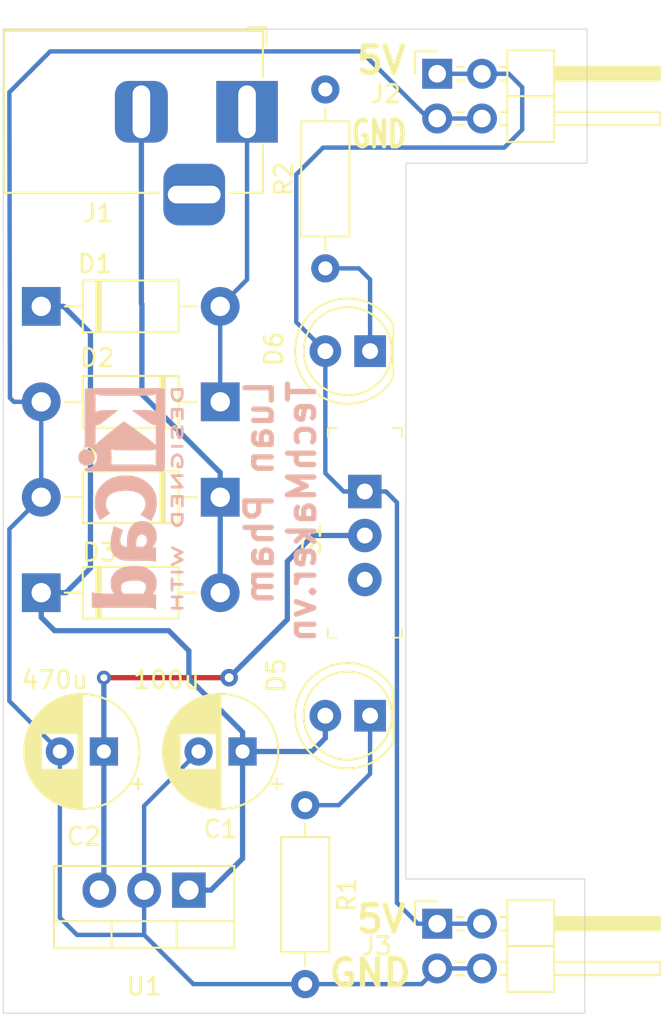
<source format=kicad_pcb>
(kicad_pcb (version 20171130) (host pcbnew "(5.1.4)-1")

  (general
    (thickness 1.6)
    (drawings 13)
    (tracks 92)
    (zones 0)
    (modules 16)
    (nets 11)
  )

  (page A4)
  (layers
    (0 F.Cu signal)
    (31 B.Cu signal)
    (32 B.Adhes user)
    (33 F.Adhes user)
    (34 B.Paste user)
    (35 F.Paste user)
    (36 B.SilkS user)
    (37 F.SilkS user)
    (38 B.Mask user)
    (39 F.Mask user)
    (40 Dwgs.User user)
    (41 Cmts.User user)
    (42 Eco1.User user)
    (43 Eco2.User user)
    (44 Edge.Cuts user)
    (45 Margin user)
    (46 B.CrtYd user)
    (47 F.CrtYd user)
    (48 B.Fab user)
    (49 F.Fab user)
  )

  (setup
    (last_trace_width 0.25)
    (user_trace_width 0.3)
    (trace_clearance 0.2)
    (zone_clearance 0.508)
    (zone_45_only no)
    (trace_min 0.2)
    (via_size 0.8)
    (via_drill 0.4)
    (via_min_size 0.4)
    (via_min_drill 0.3)
    (user_via 1 0.5)
    (uvia_size 0.3)
    (uvia_drill 0.1)
    (uvias_allowed no)
    (uvia_min_size 0.2)
    (uvia_min_drill 0.1)
    (edge_width 0.05)
    (segment_width 0.2)
    (pcb_text_width 0.3)
    (pcb_text_size 1.5 1.5)
    (mod_edge_width 0.12)
    (mod_text_size 1 1)
    (mod_text_width 0.15)
    (pad_size 1.524 1.524)
    (pad_drill 0.762)
    (pad_to_mask_clearance 0.051)
    (solder_mask_min_width 0.25)
    (aux_axis_origin 0 0)
    (visible_elements 7FFFFF7F)
    (pcbplotparams
      (layerselection 0x010fc_ffffffff)
      (usegerberextensions false)
      (usegerberattributes false)
      (usegerberadvancedattributes false)
      (creategerberjobfile false)
      (excludeedgelayer true)
      (linewidth 0.100000)
      (plotframeref false)
      (viasonmask false)
      (mode 1)
      (useauxorigin false)
      (hpglpennumber 1)
      (hpglpenspeed 20)
      (hpglpendiameter 15.000000)
      (psnegative false)
      (psa4output false)
      (plotreference true)
      (plotvalue true)
      (plotinvisibletext false)
      (padsonsilk false)
      (subtractmaskfromsilk false)
      (outputformat 1)
      (mirror false)
      (drillshape 1)
      (scaleselection 1)
      (outputdirectory ""))
  )

  (net 0 "")
  (net 1 GND)
  (net 2 "Net-(D1-Pad2)")
  (net 3 "Net-(D3-Pad2)")
  (net 4 "Net-(J1-Pad3)")
  (net 5 /Vin)
  (net 6 /Vout)
  (net 7 "Net-(S1-Pad3)")
  (net 8 "Net-(D5-Pad1)")
  (net 9 "Net-(D6-Pad1)")
  (net 10 "Net-(D6-Pad2)")

  (net_class Default "This is the default net class."
    (clearance 0.2)
    (trace_width 0.25)
    (via_dia 0.8)
    (via_drill 0.4)
    (uvia_dia 0.3)
    (uvia_drill 0.1)
    (add_net GND)
    (add_net "Net-(D1-Pad2)")
    (add_net "Net-(D5-Pad1)")
    (add_net "Net-(D6-Pad1)")
    (add_net "Net-(D6-Pad2)")
    (add_net "Net-(J1-Pad3)")
    (add_net "Net-(S1-Pad3)")
  )

  (net_class Power ""
    (clearance 0.3)
    (trace_width 0.3)
    (via_dia 1)
    (via_drill 0.5)
    (uvia_dia 0.3)
    (uvia_drill 0.1)
    (add_net /Vin)
    (add_net /Vout)
    (add_net "Net-(D3-Pad2)")
  )

  (module Symbol:KiCad-Logo2_5mm_SilkScreen (layer B.Cu) (tedit 0) (tstamp 5DC57788)
    (at 140.589 93.98 270)
    (descr "KiCad Logo")
    (tags "Logo KiCad")
    (attr virtual)
    (fp_text reference REF** (at 0 5.08 270) (layer F.SilkS) hide
      (effects (font (size 1 1) (thickness 0.15)))
    )
    (fp_text value KiCad-Logo2_5mm_SilkScreen (at 0 -5.08 270) (layer F.SilkS) hide
      (effects (font (size 1 1) (thickness 0.15)))
    )
    (fp_poly (pts (xy 6.228823 -2.274533) (xy 6.260202 -2.296776) (xy 6.287911 -2.324485) (xy 6.287911 -2.63392)
      (xy 6.287838 -2.725799) (xy 6.287495 -2.79784) (xy 6.286692 -2.85278) (xy 6.285241 -2.89336)
      (xy 6.282952 -2.922317) (xy 6.279636 -2.942391) (xy 6.275105 -2.956321) (xy 6.269169 -2.966845)
      (xy 6.264514 -2.9731) (xy 6.233783 -2.997673) (xy 6.198496 -3.000341) (xy 6.166245 -2.985271)
      (xy 6.155588 -2.976374) (xy 6.148464 -2.964557) (xy 6.144167 -2.945526) (xy 6.141991 -2.914992)
      (xy 6.141228 -2.868662) (xy 6.141155 -2.832871) (xy 6.141155 -2.698045) (xy 5.644444 -2.698045)
      (xy 5.644444 -2.8207) (xy 5.643931 -2.876787) (xy 5.641876 -2.915333) (xy 5.637508 -2.941361)
      (xy 5.630056 -2.959897) (xy 5.621047 -2.9731) (xy 5.590144 -2.997604) (xy 5.555196 -3.000506)
      (xy 5.521738 -2.983089) (xy 5.512604 -2.973959) (xy 5.506152 -2.961855) (xy 5.501897 -2.943001)
      (xy 5.499352 -2.91362) (xy 5.498029 -2.869937) (xy 5.497443 -2.808175) (xy 5.497375 -2.794)
      (xy 5.496891 -2.677631) (xy 5.496641 -2.581727) (xy 5.496723 -2.504177) (xy 5.497231 -2.442869)
      (xy 5.498262 -2.39569) (xy 5.499913 -2.36053) (xy 5.502279 -2.335276) (xy 5.505457 -2.317817)
      (xy 5.509544 -2.306041) (xy 5.514634 -2.297835) (xy 5.520266 -2.291645) (xy 5.552128 -2.271844)
      (xy 5.585357 -2.274533) (xy 5.616735 -2.296776) (xy 5.629433 -2.311126) (xy 5.637526 -2.326978)
      (xy 5.642042 -2.349554) (xy 5.644006 -2.384078) (xy 5.644444 -2.435776) (xy 5.644444 -2.551289)
      (xy 6.141155 -2.551289) (xy 6.141155 -2.432756) (xy 6.141662 -2.378148) (xy 6.143698 -2.341275)
      (xy 6.148035 -2.317307) (xy 6.155447 -2.301415) (xy 6.163733 -2.291645) (xy 6.195594 -2.271844)
      (xy 6.228823 -2.274533)) (layer B.SilkS) (width 0.01))
    (fp_poly (pts (xy 4.963065 -2.269163) (xy 5.041772 -2.269542) (xy 5.102863 -2.270333) (xy 5.148817 -2.27167)
      (xy 5.182114 -2.273683) (xy 5.205236 -2.276506) (xy 5.220662 -2.280269) (xy 5.230871 -2.285105)
      (xy 5.235813 -2.288822) (xy 5.261457 -2.321358) (xy 5.264559 -2.355138) (xy 5.248711 -2.385826)
      (xy 5.238348 -2.398089) (xy 5.227196 -2.40645) (xy 5.211035 -2.411657) (xy 5.185642 -2.414457)
      (xy 5.146798 -2.415596) (xy 5.09028 -2.415821) (xy 5.07918 -2.415822) (xy 4.933244 -2.415822)
      (xy 4.933244 -2.686756) (xy 4.933148 -2.772154) (xy 4.932711 -2.837864) (xy 4.931712 -2.886774)
      (xy 4.929928 -2.921773) (xy 4.927137 -2.945749) (xy 4.923117 -2.961593) (xy 4.917645 -2.972191)
      (xy 4.910666 -2.980267) (xy 4.877734 -3.000112) (xy 4.843354 -2.998548) (xy 4.812176 -2.975906)
      (xy 4.809886 -2.9731) (xy 4.802429 -2.962492) (xy 4.796747 -2.950081) (xy 4.792601 -2.93285)
      (xy 4.78975 -2.907784) (xy 4.787954 -2.871867) (xy 4.786972 -2.822083) (xy 4.786564 -2.755417)
      (xy 4.786489 -2.679589) (xy 4.786489 -2.415822) (xy 4.647127 -2.415822) (xy 4.587322 -2.415418)
      (xy 4.545918 -2.41384) (xy 4.518748 -2.410547) (xy 4.501646 -2.404992) (xy 4.490443 -2.396631)
      (xy 4.489083 -2.395178) (xy 4.472725 -2.361939) (xy 4.474172 -2.324362) (xy 4.492978 -2.291645)
      (xy 4.50025 -2.285298) (xy 4.509627 -2.280266) (xy 4.523609 -2.276396) (xy 4.544696 -2.273537)
      (xy 4.575389 -2.271535) (xy 4.618189 -2.270239) (xy 4.675595 -2.269498) (xy 4.75011 -2.269158)
      (xy 4.844233 -2.269068) (xy 4.86426 -2.269067) (xy 4.963065 -2.269163)) (layer B.SilkS) (width 0.01))
    (fp_poly (pts (xy 4.188614 -2.275877) (xy 4.212327 -2.290647) (xy 4.238978 -2.312227) (xy 4.238978 -2.633773)
      (xy 4.238893 -2.72783) (xy 4.238529 -2.801932) (xy 4.237724 -2.858704) (xy 4.236313 -2.900768)
      (xy 4.234133 -2.930748) (xy 4.231021 -2.951267) (xy 4.226814 -2.964949) (xy 4.221348 -2.974416)
      (xy 4.217472 -2.979082) (xy 4.186034 -2.999575) (xy 4.150233 -2.998739) (xy 4.118873 -2.981264)
      (xy 4.092222 -2.959684) (xy 4.092222 -2.312227) (xy 4.118873 -2.290647) (xy 4.144594 -2.274949)
      (xy 4.1656 -2.269067) (xy 4.188614 -2.275877)) (layer B.SilkS) (width 0.01))
    (fp_poly (pts (xy 3.744665 -2.271034) (xy 3.764255 -2.278035) (xy 3.76501 -2.278377) (xy 3.791613 -2.298678)
      (xy 3.80627 -2.319561) (xy 3.809138 -2.329352) (xy 3.808996 -2.342361) (xy 3.804961 -2.360895)
      (xy 3.796146 -2.387257) (xy 3.781669 -2.423752) (xy 3.760645 -2.472687) (xy 3.732188 -2.536365)
      (xy 3.695415 -2.617093) (xy 3.675175 -2.661216) (xy 3.638625 -2.739985) (xy 3.604315 -2.812423)
      (xy 3.573552 -2.87588) (xy 3.547648 -2.927708) (xy 3.52791 -2.965259) (xy 3.51565 -2.985884)
      (xy 3.513224 -2.988733) (xy 3.482183 -3.001302) (xy 3.447121 -2.999619) (xy 3.419 -2.984332)
      (xy 3.417854 -2.983089) (xy 3.406668 -2.966154) (xy 3.387904 -2.93317) (xy 3.363875 -2.88838)
      (xy 3.336897 -2.836032) (xy 3.327201 -2.816742) (xy 3.254014 -2.67015) (xy 3.17424 -2.829393)
      (xy 3.145767 -2.884415) (xy 3.11935 -2.932132) (xy 3.097148 -2.968893) (xy 3.081319 -2.991044)
      (xy 3.075954 -2.995741) (xy 3.034257 -3.002102) (xy 2.999849 -2.988733) (xy 2.989728 -2.974446)
      (xy 2.972214 -2.942692) (xy 2.948735 -2.896597) (xy 2.92072 -2.839285) (xy 2.889599 -2.77388)
      (xy 2.856799 -2.703507) (xy 2.82375 -2.631291) (xy 2.791881 -2.560355) (xy 2.762619 -2.493825)
      (xy 2.737395 -2.434826) (xy 2.717636 -2.386481) (xy 2.704772 -2.351915) (xy 2.700231 -2.334253)
      (xy 2.700277 -2.333613) (xy 2.711326 -2.311388) (xy 2.73341 -2.288753) (xy 2.73471 -2.287768)
      (xy 2.761853 -2.272425) (xy 2.786958 -2.272574) (xy 2.796368 -2.275466) (xy 2.807834 -2.281718)
      (xy 2.82001 -2.294014) (xy 2.834357 -2.314908) (xy 2.852336 -2.346949) (xy 2.875407 -2.392688)
      (xy 2.90503 -2.454677) (xy 2.931745 -2.511898) (xy 2.96248 -2.578226) (xy 2.990021 -2.637874)
      (xy 3.012938 -2.687725) (xy 3.029798 -2.724664) (xy 3.039173 -2.745573) (xy 3.04054 -2.748845)
      (xy 3.046689 -2.743497) (xy 3.060822 -2.721109) (xy 3.081057 -2.684946) (xy 3.105515 -2.638277)
      (xy 3.115248 -2.619022) (xy 3.148217 -2.554004) (xy 3.173643 -2.506654) (xy 3.193612 -2.474219)
      (xy 3.21021 -2.453946) (xy 3.225524 -2.443082) (xy 3.24164 -2.438875) (xy 3.252143 -2.4384)
      (xy 3.27067 -2.440042) (xy 3.286904 -2.446831) (xy 3.303035 -2.461566) (xy 3.321251 -2.487044)
      (xy 3.343739 -2.526061) (xy 3.372689 -2.581414) (xy 3.388662 -2.612903) (xy 3.41457 -2.663087)
      (xy 3.437167 -2.704704) (xy 3.454458 -2.734242) (xy 3.46445 -2.748189) (xy 3.465809 -2.74877)
      (xy 3.472261 -2.737793) (xy 3.486708 -2.70929) (xy 3.507703 -2.666244) (xy 3.533797 -2.611638)
      (xy 3.563546 -2.548454) (xy 3.57818 -2.517071) (xy 3.61625 -2.436078) (xy 3.646905 -2.373756)
      (xy 3.671737 -2.328071) (xy 3.692337 -2.296989) (xy 3.710298 -2.278478) (xy 3.72721 -2.270504)
      (xy 3.744665 -2.271034)) (layer B.SilkS) (width 0.01))
    (fp_poly (pts (xy 1.018309 -2.269275) (xy 1.147288 -2.273636) (xy 1.256991 -2.286861) (xy 1.349226 -2.309741)
      (xy 1.425802 -2.34307) (xy 1.488527 -2.387638) (xy 1.539212 -2.444236) (xy 1.579663 -2.513658)
      (xy 1.580459 -2.515351) (xy 1.604601 -2.577483) (xy 1.613203 -2.632509) (xy 1.606231 -2.687887)
      (xy 1.583654 -2.751073) (xy 1.579372 -2.760689) (xy 1.550172 -2.816966) (xy 1.517356 -2.860451)
      (xy 1.475002 -2.897417) (xy 1.41719 -2.934135) (xy 1.413831 -2.936052) (xy 1.363504 -2.960227)
      (xy 1.306621 -2.978282) (xy 1.239527 -2.990839) (xy 1.158565 -2.998522) (xy 1.060082 -3.001953)
      (xy 1.025286 -3.002251) (xy 0.859594 -3.002845) (xy 0.836197 -2.9731) (xy 0.829257 -2.963319)
      (xy 0.823842 -2.951897) (xy 0.819765 -2.936095) (xy 0.816837 -2.913175) (xy 0.814867 -2.880396)
      (xy 0.814225 -2.856089) (xy 0.970844 -2.856089) (xy 1.064726 -2.856089) (xy 1.119664 -2.854483)
      (xy 1.17606 -2.850255) (xy 1.222345 -2.844292) (xy 1.225139 -2.84379) (xy 1.307348 -2.821736)
      (xy 1.371114 -2.7886) (xy 1.418452 -2.742847) (xy 1.451382 -2.682939) (xy 1.457108 -2.667061)
      (xy 1.462721 -2.642333) (xy 1.460291 -2.617902) (xy 1.448467 -2.5854) (xy 1.44134 -2.569434)
      (xy 1.418 -2.527006) (xy 1.38988 -2.49724) (xy 1.35894 -2.476511) (xy 1.296966 -2.449537)
      (xy 1.217651 -2.429998) (xy 1.125253 -2.418746) (xy 1.058333 -2.41627) (xy 0.970844 -2.415822)
      (xy 0.970844 -2.856089) (xy 0.814225 -2.856089) (xy 0.813668 -2.835021) (xy 0.81305 -2.774311)
      (xy 0.812825 -2.695526) (xy 0.8128 -2.63392) (xy 0.8128 -2.324485) (xy 0.840509 -2.296776)
      (xy 0.852806 -2.285544) (xy 0.866103 -2.277853) (xy 0.884672 -2.27304) (xy 0.912786 -2.270446)
      (xy 0.954717 -2.26941) (xy 1.014737 -2.26927) (xy 1.018309 -2.269275)) (layer B.SilkS) (width 0.01))
    (fp_poly (pts (xy 0.230343 -2.26926) (xy 0.306701 -2.270174) (xy 0.365217 -2.272311) (xy 0.408255 -2.276175)
      (xy 0.438183 -2.282267) (xy 0.457368 -2.29109) (xy 0.468176 -2.303146) (xy 0.472973 -2.318939)
      (xy 0.474127 -2.33897) (xy 0.474133 -2.341335) (xy 0.473131 -2.363992) (xy 0.468396 -2.381503)
      (xy 0.457333 -2.394574) (xy 0.437348 -2.403913) (xy 0.405846 -2.410227) (xy 0.360232 -2.414222)
      (xy 0.297913 -2.416606) (xy 0.216293 -2.418086) (xy 0.191277 -2.418414) (xy -0.0508 -2.421467)
      (xy -0.054186 -2.486378) (xy -0.057571 -2.551289) (xy 0.110576 -2.551289) (xy 0.176266 -2.551531)
      (xy 0.223172 -2.552556) (xy 0.255083 -2.554811) (xy 0.275791 -2.558742) (xy 0.289084 -2.564798)
      (xy 0.298755 -2.573424) (xy 0.298817 -2.573493) (xy 0.316356 -2.607112) (xy 0.315722 -2.643448)
      (xy 0.297314 -2.674423) (xy 0.293671 -2.677607) (xy 0.280741 -2.685812) (xy 0.263024 -2.691521)
      (xy 0.23657 -2.695162) (xy 0.197432 -2.697167) (xy 0.141662 -2.697964) (xy 0.105994 -2.698045)
      (xy -0.056445 -2.698045) (xy -0.056445 -2.856089) (xy 0.190161 -2.856089) (xy 0.27158 -2.856231)
      (xy 0.33341 -2.856814) (xy 0.378637 -2.858068) (xy 0.410248 -2.860227) (xy 0.431231 -2.863523)
      (xy 0.444573 -2.868189) (xy 0.453261 -2.874457) (xy 0.45545 -2.876733) (xy 0.471614 -2.90828)
      (xy 0.472797 -2.944168) (xy 0.459536 -2.975285) (xy 0.449043 -2.985271) (xy 0.438129 -2.990769)
      (xy 0.421217 -2.995022) (xy 0.395633 -2.99818) (xy 0.358701 -3.000392) (xy 0.307746 -3.001806)
      (xy 0.240094 -3.002572) (xy 0.153069 -3.002838) (xy 0.133394 -3.002845) (xy 0.044911 -3.002787)
      (xy -0.023773 -3.002467) (xy -0.075436 -3.001667) (xy -0.112855 -3.000167) (xy -0.13881 -2.997749)
      (xy -0.156078 -2.994194) (xy -0.167438 -2.989282) (xy -0.175668 -2.982795) (xy -0.180183 -2.978138)
      (xy -0.186979 -2.969889) (xy -0.192288 -2.959669) (xy -0.196294 -2.9448) (xy -0.199179 -2.922602)
      (xy -0.201126 -2.890393) (xy -0.202319 -2.845496) (xy -0.202939 -2.785228) (xy -0.203171 -2.706911)
      (xy -0.2032 -2.640994) (xy -0.203129 -2.548628) (xy -0.202792 -2.476117) (xy -0.202002 -2.420737)
      (xy -0.200574 -2.379765) (xy -0.198321 -2.350478) (xy -0.195057 -2.330153) (xy -0.190596 -2.316066)
      (xy -0.184752 -2.305495) (xy -0.179803 -2.298811) (xy -0.156406 -2.269067) (xy 0.133774 -2.269067)
      (xy 0.230343 -2.26926)) (layer B.SilkS) (width 0.01))
    (fp_poly (pts (xy -1.300114 -2.273448) (xy -1.276548 -2.287273) (xy -1.245735 -2.309881) (xy -1.206078 -2.342338)
      (xy -1.15598 -2.385708) (xy -1.093843 -2.441058) (xy -1.018072 -2.509451) (xy -0.931334 -2.588084)
      (xy -0.750711 -2.751878) (xy -0.745067 -2.532029) (xy -0.743029 -2.456351) (xy -0.741063 -2.399994)
      (xy -0.738734 -2.359706) (xy -0.735606 -2.332235) (xy -0.731245 -2.314329) (xy -0.725216 -2.302737)
      (xy -0.717084 -2.294208) (xy -0.712772 -2.290623) (xy -0.678241 -2.27167) (xy -0.645383 -2.274441)
      (xy -0.619318 -2.290633) (xy -0.592667 -2.312199) (xy -0.589352 -2.627151) (xy -0.588435 -2.719779)
      (xy -0.587968 -2.792544) (xy -0.588113 -2.848161) (xy -0.589032 -2.889342) (xy -0.590887 -2.918803)
      (xy -0.593839 -2.939255) (xy -0.59805 -2.953413) (xy -0.603682 -2.963991) (xy -0.609927 -2.972474)
      (xy -0.623439 -2.988207) (xy -0.636883 -2.998636) (xy -0.652124 -3.002639) (xy -0.671026 -2.999094)
      (xy -0.695455 -2.986879) (xy -0.727273 -2.964871) (xy -0.768348 -2.931949) (xy -0.820542 -2.886991)
      (xy -0.885722 -2.828875) (xy -0.959556 -2.762099) (xy -1.224845 -2.521458) (xy -1.230489 -2.740589)
      (xy -1.232531 -2.816128) (xy -1.234502 -2.872354) (xy -1.236839 -2.912524) (xy -1.239981 -2.939896)
      (xy -1.244364 -2.957728) (xy -1.250424 -2.969279) (xy -1.2586 -2.977807) (xy -1.262784 -2.981282)
      (xy -1.299765 -3.000372) (xy -1.334708 -2.997493) (xy -1.365136 -2.9731) (xy -1.372097 -2.963286)
      (xy -1.377523 -2.951826) (xy -1.381603 -2.935968) (xy -1.384529 -2.912963) (xy -1.386492 -2.880062)
      (xy -1.387683 -2.834516) (xy -1.388292 -2.773573) (xy -1.388511 -2.694486) (xy -1.388534 -2.635956)
      (xy -1.38846 -2.544407) (xy -1.388113 -2.472687) (xy -1.387301 -2.418045) (xy -1.385833 -2.377732)
      (xy -1.383519 -2.348998) (xy -1.380167 -2.329093) (xy -1.375588 -2.315268) (xy -1.369589 -2.304772)
      (xy -1.365136 -2.298811) (xy -1.35385 -2.284691) (xy -1.343301 -2.274029) (xy -1.331893 -2.267892)
      (xy -1.31803 -2.267343) (xy -1.300114 -2.273448)) (layer B.SilkS) (width 0.01))
    (fp_poly (pts (xy -1.950081 -2.274599) (xy -1.881565 -2.286095) (xy -1.828943 -2.303967) (xy -1.794708 -2.327499)
      (xy -1.785379 -2.340924) (xy -1.775893 -2.372148) (xy -1.782277 -2.400395) (xy -1.80243 -2.427182)
      (xy -1.833745 -2.439713) (xy -1.879183 -2.438696) (xy -1.914326 -2.431906) (xy -1.992419 -2.418971)
      (xy -2.072226 -2.417742) (xy -2.161555 -2.428241) (xy -2.186229 -2.43269) (xy -2.269291 -2.456108)
      (xy -2.334273 -2.490945) (xy -2.380461 -2.536604) (xy -2.407145 -2.592494) (xy -2.412663 -2.621388)
      (xy -2.409051 -2.680012) (xy -2.385729 -2.731879) (xy -2.344824 -2.775978) (xy -2.288459 -2.811299)
      (xy -2.21876 -2.836829) (xy -2.137852 -2.851559) (xy -2.04786 -2.854478) (xy -1.95091 -2.844575)
      (xy -1.945436 -2.843641) (xy -1.906875 -2.836459) (xy -1.885494 -2.829521) (xy -1.876227 -2.819227)
      (xy -1.874006 -2.801976) (xy -1.873956 -2.792841) (xy -1.873956 -2.754489) (xy -1.942431 -2.754489)
      (xy -2.0029 -2.750347) (xy -2.044165 -2.737147) (xy -2.068175 -2.71373) (xy -2.076877 -2.678936)
      (xy -2.076983 -2.674394) (xy -2.071892 -2.644654) (xy -2.054433 -2.623419) (xy -2.021939 -2.609366)
      (xy -1.971743 -2.601173) (xy -1.923123 -2.598161) (xy -1.852456 -2.596433) (xy -1.801198 -2.59907)
      (xy -1.766239 -2.6088) (xy -1.74447 -2.628353) (xy -1.73278 -2.660456) (xy -1.72806 -2.707838)
      (xy -1.7272 -2.770071) (xy -1.728609 -2.839535) (xy -1.732848 -2.886786) (xy -1.739936 -2.912012)
      (xy -1.741311 -2.913988) (xy -1.780228 -2.945508) (xy -1.837286 -2.97047) (xy -1.908869 -2.98834)
      (xy -1.991358 -2.998586) (xy -2.081139 -3.000673) (xy -2.174592 -2.994068) (xy -2.229556 -2.985956)
      (xy -2.315766 -2.961554) (xy -2.395892 -2.921662) (xy -2.462977 -2.869887) (xy -2.473173 -2.859539)
      (xy -2.506302 -2.816035) (xy -2.536194 -2.762118) (xy -2.559357 -2.705592) (xy -2.572298 -2.654259)
      (xy -2.573858 -2.634544) (xy -2.567218 -2.593419) (xy -2.549568 -2.542252) (xy -2.524297 -2.488394)
      (xy -2.494789 -2.439195) (xy -2.468719 -2.406334) (xy -2.407765 -2.357452) (xy -2.328969 -2.318545)
      (xy -2.235157 -2.290494) (xy -2.12915 -2.274179) (xy -2.032 -2.270192) (xy -1.950081 -2.274599)) (layer B.SilkS) (width 0.01))
    (fp_poly (pts (xy -2.923822 -2.291645) (xy -2.917242 -2.299218) (xy -2.912079 -2.308987) (xy -2.908164 -2.323571)
      (xy -2.905324 -2.345585) (xy -2.903387 -2.377648) (xy -2.902183 -2.422375) (xy -2.901539 -2.482385)
      (xy -2.901284 -2.560294) (xy -2.901245 -2.635956) (xy -2.901314 -2.729802) (xy -2.901638 -2.803689)
      (xy -2.902386 -2.860232) (xy -2.903732 -2.902049) (xy -2.905846 -2.931757) (xy -2.9089 -2.951973)
      (xy -2.913066 -2.965314) (xy -2.918516 -2.974398) (xy -2.923822 -2.980267) (xy -2.956826 -2.999947)
      (xy -2.991991 -2.998181) (xy -3.023455 -2.976717) (xy -3.030684 -2.968337) (xy -3.036334 -2.958614)
      (xy -3.040599 -2.944861) (xy -3.043673 -2.924389) (xy -3.045752 -2.894512) (xy -3.04703 -2.852541)
      (xy -3.047701 -2.795789) (xy -3.047959 -2.721567) (xy -3.048 -2.637537) (xy -3.048 -2.324485)
      (xy -3.020291 -2.296776) (xy -2.986137 -2.273463) (xy -2.953006 -2.272623) (xy -2.923822 -2.291645)) (layer B.SilkS) (width 0.01))
    (fp_poly (pts (xy -3.691703 -2.270351) (xy -3.616888 -2.275581) (xy -3.547306 -2.28375) (xy -3.487002 -2.29455)
      (xy -3.44002 -2.307673) (xy -3.410406 -2.322813) (xy -3.40586 -2.327269) (xy -3.390054 -2.36185)
      (xy -3.394847 -2.397351) (xy -3.419364 -2.427725) (xy -3.420534 -2.428596) (xy -3.434954 -2.437954)
      (xy -3.450008 -2.442876) (xy -3.471005 -2.443473) (xy -3.503257 -2.439861) (xy -3.552073 -2.432154)
      (xy -3.556 -2.431505) (xy -3.628739 -2.422569) (xy -3.707217 -2.418161) (xy -3.785927 -2.418119)
      (xy -3.859361 -2.422279) (xy -3.922011 -2.430479) (xy -3.96837 -2.442557) (xy -3.971416 -2.443771)
      (xy -4.005048 -2.462615) (xy -4.016864 -2.481685) (xy -4.007614 -2.500439) (xy -3.978047 -2.518337)
      (xy -3.928911 -2.534837) (xy -3.860957 -2.549396) (xy -3.815645 -2.556406) (xy -3.721456 -2.569889)
      (xy -3.646544 -2.582214) (xy -3.587717 -2.594449) (xy -3.541785 -2.607661) (xy -3.505555 -2.622917)
      (xy -3.475838 -2.641285) (xy -3.449442 -2.663831) (xy -3.42823 -2.685971) (xy -3.403065 -2.716819)
      (xy -3.390681 -2.743345) (xy -3.386808 -2.776026) (xy -3.386667 -2.787995) (xy -3.389576 -2.827712)
      (xy -3.401202 -2.857259) (xy -3.421323 -2.883486) (xy -3.462216 -2.923576) (xy -3.507817 -2.954149)
      (xy -3.561513 -2.976203) (xy -3.626692 -2.990735) (xy -3.706744 -2.998741) (xy -3.805057 -3.001218)
      (xy -3.821289 -3.001177) (xy -3.886849 -2.999818) (xy -3.951866 -2.99673) (xy -4.009252 -2.992356)
      (xy -4.051922 -2.98714) (xy -4.055372 -2.986541) (xy -4.097796 -2.976491) (xy -4.13378 -2.963796)
      (xy -4.15415 -2.95219) (xy -4.173107 -2.921572) (xy -4.174427 -2.885918) (xy -4.158085 -2.854144)
      (xy -4.154429 -2.850551) (xy -4.139315 -2.839876) (xy -4.120415 -2.835276) (xy -4.091162 -2.836059)
      (xy -4.055651 -2.840127) (xy -4.01597 -2.843762) (xy -3.960345 -2.846828) (xy -3.895406 -2.849053)
      (xy -3.827785 -2.850164) (xy -3.81 -2.850237) (xy -3.742128 -2.849964) (xy -3.692454 -2.848646)
      (xy -3.65661 -2.845827) (xy -3.630224 -2.84105) (xy -3.608926 -2.833857) (xy -3.596126 -2.827867)
      (xy -3.568 -2.811233) (xy -3.550068 -2.796168) (xy -3.547447 -2.791897) (xy -3.552976 -2.774263)
      (xy -3.57926 -2.757192) (xy -3.624478 -2.741458) (xy -3.686808 -2.727838) (xy -3.705171 -2.724804)
      (xy -3.80109 -2.709738) (xy -3.877641 -2.697146) (xy -3.93778 -2.686111) (xy -3.98446 -2.67572)
      (xy -4.020637 -2.665056) (xy -4.049265 -2.653205) (xy -4.073298 -2.639251) (xy -4.095692 -2.622281)
      (xy -4.119402 -2.601378) (xy -4.12738 -2.594049) (xy -4.155353 -2.566699) (xy -4.17016 -2.545029)
      (xy -4.175952 -2.520232) (xy -4.176889 -2.488983) (xy -4.166575 -2.427705) (xy -4.135752 -2.37564)
      (xy -4.084595 -2.332958) (xy -4.013283 -2.299825) (xy -3.9624 -2.284964) (xy -3.9071 -2.275366)
      (xy -3.840853 -2.269936) (xy -3.767706 -2.268367) (xy -3.691703 -2.270351)) (layer B.SilkS) (width 0.01))
    (fp_poly (pts (xy -4.712794 -2.269146) (xy -4.643386 -2.269518) (xy -4.590997 -2.270385) (xy -4.552847 -2.271946)
      (xy -4.526159 -2.274403) (xy -4.508153 -2.277957) (xy -4.496049 -2.28281) (xy -4.487069 -2.289161)
      (xy -4.483818 -2.292084) (xy -4.464043 -2.323142) (xy -4.460482 -2.358828) (xy -4.473491 -2.39051)
      (xy -4.479506 -2.396913) (xy -4.489235 -2.403121) (xy -4.504901 -2.40791) (xy -4.529408 -2.411514)
      (xy -4.565661 -2.414164) (xy -4.616565 -2.416095) (xy -4.685026 -2.417539) (xy -4.747617 -2.418418)
      (xy -4.995334 -2.421467) (xy -4.998719 -2.486378) (xy -5.002105 -2.551289) (xy -4.833958 -2.551289)
      (xy -4.760959 -2.551919) (xy -4.707517 -2.554553) (xy -4.670628 -2.560309) (xy -4.647288 -2.570304)
      (xy -4.634494 -2.585656) (xy -4.629242 -2.607482) (xy -4.628445 -2.627738) (xy -4.630923 -2.652592)
      (xy -4.640277 -2.670906) (xy -4.659383 -2.683637) (xy -4.691118 -2.691741) (xy -4.738359 -2.696176)
      (xy -4.803983 -2.697899) (xy -4.839801 -2.698045) (xy -5.000978 -2.698045) (xy -5.000978 -2.856089)
      (xy -4.752622 -2.856089) (xy -4.671213 -2.856202) (xy -4.609342 -2.856712) (xy -4.563968 -2.85787)
      (xy -4.532054 -2.85993) (xy -4.510559 -2.863146) (xy -4.496443 -2.867772) (xy -4.486668 -2.874059)
      (xy -4.481689 -2.878667) (xy -4.46461 -2.90556) (xy -4.459111 -2.929467) (xy -4.466963 -2.958667)
      (xy -4.481689 -2.980267) (xy -4.489546 -2.987066) (xy -4.499688 -2.992346) (xy -4.514844 -2.996298)
      (xy -4.537741 -2.999113) (xy -4.571109 -3.000982) (xy -4.617675 -3.002098) (xy -4.680167 -3.002651)
      (xy -4.761314 -3.002833) (xy -4.803422 -3.002845) (xy -4.893598 -3.002765) (xy -4.963924 -3.002398)
      (xy -5.017129 -3.001552) (xy -5.05594 -3.000036) (xy -5.083087 -2.997659) (xy -5.101298 -2.994229)
      (xy -5.1133 -2.989554) (xy -5.121822 -2.983444) (xy -5.125156 -2.980267) (xy -5.131755 -2.97267)
      (xy -5.136927 -2.96287) (xy -5.140846 -2.948239) (xy -5.143684 -2.926152) (xy -5.145615 -2.893982)
      (xy -5.146812 -2.849103) (xy -5.147448 -2.788889) (xy -5.147697 -2.710713) (xy -5.147734 -2.637923)
      (xy -5.1477 -2.544707) (xy -5.147465 -2.471431) (xy -5.14683 -2.415458) (xy -5.145594 -2.374151)
      (xy -5.143556 -2.344872) (xy -5.140517 -2.324984) (xy -5.136277 -2.31185) (xy -5.130635 -2.302832)
      (xy -5.123391 -2.295293) (xy -5.121606 -2.293612) (xy -5.112945 -2.286172) (xy -5.102882 -2.280409)
      (xy -5.088625 -2.276112) (xy -5.067383 -2.273064) (xy -5.036364 -2.271051) (xy -4.992777 -2.26986)
      (xy -4.933831 -2.269275) (xy -4.856734 -2.269083) (xy -4.802001 -2.269067) (xy -4.712794 -2.269146)) (layer B.SilkS) (width 0.01))
    (fp_poly (pts (xy -6.121371 -2.269066) (xy -6.081889 -2.269467) (xy -5.9662 -2.272259) (xy -5.869311 -2.28055)
      (xy -5.787919 -2.295232) (xy -5.718723 -2.317193) (xy -5.65842 -2.347322) (xy -5.603708 -2.38651)
      (xy -5.584167 -2.403532) (xy -5.55175 -2.443363) (xy -5.52252 -2.497413) (xy -5.499991 -2.557323)
      (xy -5.487679 -2.614739) (xy -5.4864 -2.635956) (xy -5.494417 -2.694769) (xy -5.515899 -2.759013)
      (xy -5.546999 -2.819821) (xy -5.583866 -2.86833) (xy -5.589854 -2.874182) (xy -5.640579 -2.915321)
      (xy -5.696125 -2.947435) (xy -5.759696 -2.971365) (xy -5.834494 -2.987953) (xy -5.923722 -2.998041)
      (xy -6.030582 -3.002469) (xy -6.079528 -3.002845) (xy -6.141762 -3.002545) (xy -6.185528 -3.001292)
      (xy -6.214931 -2.998554) (xy -6.234079 -2.993801) (xy -6.247077 -2.986501) (xy -6.254045 -2.980267)
      (xy -6.260626 -2.972694) (xy -6.265788 -2.962924) (xy -6.269703 -2.94834) (xy -6.272543 -2.926326)
      (xy -6.27448 -2.894264) (xy -6.275684 -2.849536) (xy -6.276328 -2.789526) (xy -6.276583 -2.711617)
      (xy -6.276622 -2.635956) (xy -6.27687 -2.535041) (xy -6.276817 -2.454427) (xy -6.275857 -2.415822)
      (xy -6.129867 -2.415822) (xy -6.129867 -2.856089) (xy -6.036734 -2.856004) (xy -5.980693 -2.854396)
      (xy -5.921999 -2.850256) (xy -5.873028 -2.844464) (xy -5.871538 -2.844226) (xy -5.792392 -2.82509)
      (xy -5.731002 -2.795287) (xy -5.684305 -2.752878) (xy -5.654635 -2.706961) (xy -5.636353 -2.656026)
      (xy -5.637771 -2.6082) (xy -5.658988 -2.556933) (xy -5.700489 -2.503899) (xy -5.757998 -2.4646)
      (xy -5.83275 -2.438331) (xy -5.882708 -2.429035) (xy -5.939416 -2.422507) (xy -5.999519 -2.417782)
      (xy -6.050639 -2.415817) (xy -6.053667 -2.415808) (xy -6.129867 -2.415822) (xy -6.275857 -2.415822)
      (xy -6.27526 -2.391851) (xy -6.270998 -2.345055) (xy -6.26283 -2.311778) (xy -6.249556 -2.289759)
      (xy -6.229974 -2.276739) (xy -6.202883 -2.270457) (xy -6.167082 -2.268653) (xy -6.121371 -2.269066)) (layer B.SilkS) (width 0.01))
    (fp_poly (pts (xy -2.273043 2.973429) (xy -2.176768 2.949191) (xy -2.090184 2.906359) (xy -2.015373 2.846581)
      (xy -1.954418 2.771506) (xy -1.909399 2.68278) (xy -1.883136 2.58647) (xy -1.877286 2.489205)
      (xy -1.89214 2.395346) (xy -1.92584 2.307489) (xy -1.976528 2.22823) (xy -2.042345 2.160164)
      (xy -2.121434 2.105888) (xy -2.211934 2.067998) (xy -2.2632 2.055574) (xy -2.307698 2.048053)
      (xy -2.341999 2.045081) (xy -2.37496 2.046906) (xy -2.415434 2.053775) (xy -2.448531 2.06075)
      (xy -2.541947 2.092259) (xy -2.625619 2.143383) (xy -2.697665 2.212571) (xy -2.7562 2.298272)
      (xy -2.770148 2.325511) (xy -2.786586 2.361878) (xy -2.796894 2.392418) (xy -2.80246 2.42455)
      (xy -2.804669 2.465693) (xy -2.804948 2.511778) (xy -2.800861 2.596135) (xy -2.787446 2.665414)
      (xy -2.762256 2.726039) (xy -2.722846 2.784433) (xy -2.684298 2.828698) (xy -2.612406 2.894516)
      (xy -2.537313 2.939947) (xy -2.454562 2.96715) (xy -2.376928 2.977424) (xy -2.273043 2.973429)) (layer B.SilkS) (width 0.01))
    (fp_poly (pts (xy 6.186507 0.527755) (xy 6.186526 0.293338) (xy 6.186552 0.080397) (xy 6.186625 -0.112168)
      (xy 6.186782 -0.285459) (xy 6.187064 -0.440576) (xy 6.187509 -0.57862) (xy 6.188156 -0.700692)
      (xy 6.189045 -0.807894) (xy 6.190213 -0.901326) (xy 6.191701 -0.98209) (xy 6.193546 -1.051286)
      (xy 6.195789 -1.110015) (xy 6.198469 -1.159379) (xy 6.201623 -1.200478) (xy 6.205292 -1.234413)
      (xy 6.209513 -1.262286) (xy 6.214327 -1.285198) (xy 6.219773 -1.304249) (xy 6.225888 -1.32054)
      (xy 6.232712 -1.335173) (xy 6.240285 -1.349249) (xy 6.248645 -1.363868) (xy 6.253839 -1.372974)
      (xy 6.288104 -1.433689) (xy 5.429955 -1.433689) (xy 5.429955 -1.337733) (xy 5.429224 -1.29437)
      (xy 5.427272 -1.261205) (xy 5.424463 -1.243424) (xy 5.423221 -1.241778) (xy 5.411799 -1.248662)
      (xy 5.389084 -1.266505) (xy 5.366385 -1.285879) (xy 5.3118 -1.326614) (xy 5.242321 -1.367617)
      (xy 5.16527 -1.405123) (xy 5.087965 -1.435364) (xy 5.057113 -1.445012) (xy 4.988616 -1.459578)
      (xy 4.905764 -1.469539) (xy 4.816371 -1.474583) (xy 4.728248 -1.474396) (xy 4.649207 -1.468666)
      (xy 4.611511 -1.462858) (xy 4.473414 -1.424797) (xy 4.346113 -1.367073) (xy 4.230292 -1.290211)
      (xy 4.126637 -1.194739) (xy 4.035833 -1.081179) (xy 3.969031 -0.970381) (xy 3.914164 -0.853625)
      (xy 3.872163 -0.734276) (xy 3.842167 -0.608283) (xy 3.823311 -0.471594) (xy 3.814732 -0.320158)
      (xy 3.814006 -0.242711) (xy 3.8161 -0.185934) (xy 4.645217 -0.185934) (xy 4.645424 -0.279002)
      (xy 4.648337 -0.366692) (xy 4.654 -0.443772) (xy 4.662455 -0.505009) (xy 4.665038 -0.51735)
      (xy 4.69684 -0.624633) (xy 4.738498 -0.711658) (xy 4.790363 -0.778642) (xy 4.852781 -0.825805)
      (xy 4.9261 -0.853365) (xy 5.010669 -0.861541) (xy 5.106835 -0.850551) (xy 5.170311 -0.834829)
      (xy 5.219454 -0.816639) (xy 5.273583 -0.790791) (xy 5.314244 -0.767089) (xy 5.3848 -0.720721)
      (xy 5.3848 0.42947) (xy 5.317392 0.473038) (xy 5.238867 0.51396) (xy 5.154681 0.540611)
      (xy 5.069557 0.552535) (xy 4.988216 0.549278) (xy 4.91538 0.530385) (xy 4.883426 0.514816)
      (xy 4.825501 0.471819) (xy 4.776544 0.415047) (xy 4.73539 0.342425) (xy 4.700874 0.251879)
      (xy 4.671833 0.141334) (xy 4.670552 0.135467) (xy 4.660381 0.073212) (xy 4.652739 -0.004594)
      (xy 4.64767 -0.09272) (xy 4.645217 -0.185934) (xy 3.8161 -0.185934) (xy 3.821857 -0.029895)
      (xy 3.843802 0.165941) (xy 3.879786 0.344668) (xy 3.929759 0.506155) (xy 3.993668 0.650274)
      (xy 4.071462 0.776894) (xy 4.163089 0.885885) (xy 4.268497 0.977117) (xy 4.313662 1.008068)
      (xy 4.414611 1.064215) (xy 4.517901 1.103826) (xy 4.627989 1.127986) (xy 4.74933 1.137781)
      (xy 4.841836 1.136735) (xy 4.97149 1.125769) (xy 5.084084 1.103954) (xy 5.182875 1.070286)
      (xy 5.271121 1.023764) (xy 5.319986 0.989552) (xy 5.349353 0.967638) (xy 5.371043 0.952667)
      (xy 5.379253 0.948267) (xy 5.380868 0.959096) (xy 5.382159 0.989749) (xy 5.383138 1.037474)
      (xy 5.383817 1.099521) (xy 5.38421 1.173138) (xy 5.38433 1.255573) (xy 5.384188 1.344075)
      (xy 5.383797 1.435893) (xy 5.383171 1.528276) (xy 5.38232 1.618472) (xy 5.38126 1.703729)
      (xy 5.380001 1.781297) (xy 5.378556 1.848424) (xy 5.376938 1.902359) (xy 5.375161 1.94035)
      (xy 5.374669 1.947333) (xy 5.367092 2.017749) (xy 5.355531 2.072898) (xy 5.337792 2.120019)
      (xy 5.311682 2.166353) (xy 5.305415 2.175933) (xy 5.280983 2.212622) (xy 6.186311 2.212622)
      (xy 6.186507 0.527755)) (layer B.SilkS) (width 0.01))
    (fp_poly (pts (xy 2.673574 1.133448) (xy 2.825492 1.113433) (xy 2.960756 1.079798) (xy 3.080239 1.032275)
      (xy 3.184815 0.970595) (xy 3.262424 0.907035) (xy 3.331265 0.832901) (xy 3.385006 0.753129)
      (xy 3.42791 0.660909) (xy 3.443384 0.617839) (xy 3.456244 0.578858) (xy 3.467446 0.542711)
      (xy 3.47712 0.507566) (xy 3.485396 0.47159) (xy 3.492403 0.43295) (xy 3.498272 0.389815)
      (xy 3.503131 0.340351) (xy 3.50711 0.282727) (xy 3.51034 0.215109) (xy 3.512949 0.135666)
      (xy 3.515067 0.042564) (xy 3.516824 -0.066027) (xy 3.518349 -0.191942) (xy 3.519772 -0.337012)
      (xy 3.521025 -0.479778) (xy 3.522351 -0.635968) (xy 3.523556 -0.771239) (xy 3.524766 -0.887246)
      (xy 3.526106 -0.985645) (xy 3.5277 -1.068093) (xy 3.529675 -1.136246) (xy 3.532156 -1.19176)
      (xy 3.535269 -1.236292) (xy 3.539138 -1.271498) (xy 3.543889 -1.299034) (xy 3.549648 -1.320556)
      (xy 3.556539 -1.337722) (xy 3.564689 -1.352186) (xy 3.574223 -1.365606) (xy 3.585266 -1.379638)
      (xy 3.589566 -1.385071) (xy 3.605386 -1.40791) (xy 3.612422 -1.423463) (xy 3.612444 -1.423922)
      (xy 3.601567 -1.426121) (xy 3.570582 -1.428147) (xy 3.521957 -1.429942) (xy 3.458163 -1.431451)
      (xy 3.381669 -1.432616) (xy 3.294944 -1.43338) (xy 3.200457 -1.433686) (xy 3.18955 -1.433689)
      (xy 2.766657 -1.433689) (xy 2.763395 -1.337622) (xy 2.760133 -1.241556) (xy 2.698044 -1.292543)
      (xy 2.600714 -1.360057) (xy 2.490813 -1.414749) (xy 2.404349 -1.444978) (xy 2.335278 -1.459666)
      (xy 2.251925 -1.469659) (xy 2.162159 -1.474646) (xy 2.073845 -1.474313) (xy 1.994851 -1.468351)
      (xy 1.958622 -1.462638) (xy 1.818603 -1.424776) (xy 1.692178 -1.369932) (xy 1.58026 -1.298924)
      (xy 1.483762 -1.212568) (xy 1.4036 -1.111679) (xy 1.340687 -0.997076) (xy 1.296312 -0.870984)
      (xy 1.283978 -0.814401) (xy 1.276368 -0.752202) (xy 1.272739 -0.677363) (xy 1.272245 -0.643467)
      (xy 1.27231 -0.640282) (xy 2.032248 -0.640282) (xy 2.041541 -0.715333) (xy 2.069728 -0.77916)
      (xy 2.118197 -0.834798) (xy 2.123254 -0.839211) (xy 2.171548 -0.874037) (xy 2.223257 -0.89662)
      (xy 2.283989 -0.90854) (xy 2.359352 -0.911383) (xy 2.377459 -0.910978) (xy 2.431278 -0.908325)
      (xy 2.471308 -0.902909) (xy 2.506324 -0.892745) (xy 2.545103 -0.87585) (xy 2.555745 -0.870672)
      (xy 2.616396 -0.834844) (xy 2.663215 -0.792212) (xy 2.675952 -0.776973) (xy 2.720622 -0.720462)
      (xy 2.720622 -0.524586) (xy 2.720086 -0.445939) (xy 2.718396 -0.387988) (xy 2.715428 -0.348875)
      (xy 2.711057 -0.326741) (xy 2.706972 -0.320274) (xy 2.691047 -0.317111) (xy 2.657264 -0.314488)
      (xy 2.61034 -0.312655) (xy 2.554993 -0.311857) (xy 2.546106 -0.311842) (xy 2.42533 -0.317096)
      (xy 2.32266 -0.333263) (xy 2.236106 -0.360961) (xy 2.163681 -0.400808) (xy 2.108751 -0.447758)
      (xy 2.064204 -0.505645) (xy 2.03948 -0.568693) (xy 2.032248 -0.640282) (xy 1.27231 -0.640282)
      (xy 1.274178 -0.549712) (xy 1.282522 -0.470812) (xy 1.298768 -0.39959) (xy 1.324405 -0.328864)
      (xy 1.348401 -0.276493) (xy 1.40702 -0.181196) (xy 1.485117 -0.09317) (xy 1.580315 -0.014017)
      (xy 1.690238 0.05466) (xy 1.81251 0.111259) (xy 1.944755 0.154179) (xy 2.009422 0.169118)
      (xy 2.145604 0.191223) (xy 2.294049 0.205806) (xy 2.445505 0.212187) (xy 2.572064 0.210555)
      (xy 2.73395 0.203776) (xy 2.72653 0.262755) (xy 2.707238 0.361908) (xy 2.676104 0.442628)
      (xy 2.632269 0.505534) (xy 2.574871 0.551244) (xy 2.503048 0.580378) (xy 2.415941 0.593553)
      (xy 2.312686 0.591389) (xy 2.274711 0.587388) (xy 2.13352 0.56222) (xy 1.996707 0.521186)
      (xy 1.902178 0.483185) (xy 1.857018 0.46381) (xy 1.818585 0.44824) (xy 1.792234 0.438595)
      (xy 1.784546 0.436548) (xy 1.774802 0.445626) (xy 1.758083 0.474595) (xy 1.734232 0.523783)
      (xy 1.703093 0.593516) (xy 1.664507 0.684121) (xy 1.65791 0.699911) (xy 1.627853 0.772228)
      (xy 1.600874 0.837575) (xy 1.578136 0.893094) (xy 1.560806 0.935928) (xy 1.550048 0.963219)
      (xy 1.546941 0.972058) (xy 1.55694 0.976813) (xy 1.583217 0.98209) (xy 1.611489 0.985769)
      (xy 1.641646 0.990526) (xy 1.689433 0.999972) (xy 1.750612 1.01318) (xy 1.820946 1.029224)
      (xy 1.896194 1.04718) (xy 1.924755 1.054203) (xy 2.029816 1.079791) (xy 2.11748 1.099853)
      (xy 2.192068 1.115031) (xy 2.257903 1.125965) (xy 2.319307 1.133296) (xy 2.380602 1.137665)
      (xy 2.44611 1.139713) (xy 2.504128 1.140111) (xy 2.673574 1.133448)) (layer B.SilkS) (width 0.01))
    (fp_poly (pts (xy 0.328429 2.050929) (xy 0.48857 2.029755) (xy 0.65251 1.989615) (xy 0.822313 1.930111)
      (xy 1.000043 1.850846) (xy 1.01131 1.845301) (xy 1.069005 1.817275) (xy 1.120552 1.793198)
      (xy 1.162191 1.774751) (xy 1.190162 1.763614) (xy 1.199733 1.761067) (xy 1.21895 1.756059)
      (xy 1.223561 1.751853) (xy 1.218458 1.74142) (xy 1.202418 1.715132) (xy 1.177288 1.675743)
      (xy 1.144914 1.626009) (xy 1.107143 1.568685) (xy 1.065822 1.506524) (xy 1.022798 1.442282)
      (xy 0.979917 1.378715) (xy 0.939026 1.318575) (xy 0.901971 1.26462) (xy 0.8706 1.219603)
      (xy 0.846759 1.186279) (xy 0.832294 1.167403) (xy 0.830309 1.165213) (xy 0.820191 1.169862)
      (xy 0.79785 1.187038) (xy 0.76728 1.21356) (xy 0.751536 1.228036) (xy 0.655047 1.303318)
      (xy 0.548336 1.358759) (xy 0.432832 1.393859) (xy 0.309962 1.40812) (xy 0.240561 1.406949)
      (xy 0.119423 1.389788) (xy 0.010205 1.353906) (xy -0.087418 1.299041) (xy -0.173772 1.22493)
      (xy -0.249185 1.131312) (xy -0.313982 1.017924) (xy -0.351399 0.931333) (xy -0.395252 0.795634)
      (xy -0.427572 0.64815) (xy -0.448443 0.492686) (xy -0.457949 0.333044) (xy -0.456173 0.173027)
      (xy -0.443197 0.016439) (xy -0.419106 -0.132918) (xy -0.383982 -0.27124) (xy -0.337908 -0.394724)
      (xy -0.321627 -0.428978) (xy -0.25338 -0.543064) (xy -0.172921 -0.639557) (xy -0.08143 -0.71767)
      (xy 0.019911 -0.776617) (xy 0.12992 -0.815612) (xy 0.247415 -0.833868) (xy 0.288883 -0.835211)
      (xy 0.410441 -0.82429) (xy 0.530878 -0.791474) (xy 0.648666 -0.737439) (xy 0.762277 -0.662865)
      (xy 0.853685 -0.584539) (xy 0.900215 -0.540008) (xy 1.081483 -0.837271) (xy 1.12658 -0.911433)
      (xy 1.167819 -0.979646) (xy 1.203735 -1.039459) (xy 1.232866 -1.08842) (xy 1.25375 -1.124079)
      (xy 1.264924 -1.143984) (xy 1.266375 -1.147079) (xy 1.258146 -1.156718) (xy 1.232567 -1.173999)
      (xy 1.192873 -1.197283) (xy 1.142297 -1.224934) (xy 1.084074 -1.255315) (xy 1.021437 -1.28679)
      (xy 0.957621 -1.317722) (xy 0.89586 -1.346473) (xy 0.839388 -1.371408) (xy 0.791438 -1.390889)
      (xy 0.767986 -1.399318) (xy 0.634221 -1.437133) (xy 0.496327 -1.462136) (xy 0.348622 -1.47514)
      (xy 0.221833 -1.477468) (xy 0.153878 -1.476373) (xy 0.088277 -1.474275) (xy 0.030847 -1.471434)
      (xy -0.012597 -1.468106) (xy -0.026702 -1.466422) (xy -0.165716 -1.437587) (xy -0.307243 -1.392468)
      (xy -0.444725 -1.33375) (xy -0.571606 -1.26412) (xy -0.649111 -1.211441) (xy -0.776519 -1.103239)
      (xy -0.894822 -0.976671) (xy -1.001828 -0.834866) (xy -1.095348 -0.680951) (xy -1.17319 -0.518053)
      (xy -1.217044 -0.400756) (xy -1.267292 -0.217128) (xy -1.300791 -0.022581) (xy -1.317551 0.178675)
      (xy -1.317584 0.382432) (xy -1.300899 0.584479) (xy -1.267507 0.780608) (xy -1.21742 0.966609)
      (xy -1.213603 0.978197) (xy -1.150719 1.14025) (xy -1.073972 1.288168) (xy -0.980758 1.426135)
      (xy -0.868473 1.558339) (xy -0.824608 1.603601) (xy -0.688466 1.727543) (xy -0.548509 1.830085)
      (xy -0.402589 1.912344) (xy -0.248558 1.975436) (xy -0.084268 2.020477) (xy 0.011289 2.037967)
      (xy 0.170023 2.053534) (xy 0.328429 2.050929)) (layer B.SilkS) (width 0.01))
    (fp_poly (pts (xy -2.9464 2.510946) (xy -2.935535 2.397007) (xy -2.903918 2.289384) (xy -2.853015 2.190385)
      (xy -2.784293 2.102316) (xy -2.699219 2.027484) (xy -2.602232 1.969616) (xy -2.495964 1.929995)
      (xy -2.38895 1.911427) (xy -2.2833 1.912566) (xy -2.181125 1.93207) (xy -2.084534 1.968594)
      (xy -1.995638 2.020795) (xy -1.916546 2.087327) (xy -1.849369 2.166848) (xy -1.796217 2.258013)
      (xy -1.759199 2.359477) (xy -1.740427 2.469898) (xy -1.738489 2.519794) (xy -1.738489 2.607733)
      (xy -1.68656 2.607733) (xy -1.650253 2.604889) (xy -1.623355 2.593089) (xy -1.596249 2.569351)
      (xy -1.557867 2.530969) (xy -1.557867 0.339398) (xy -1.557876 0.077261) (xy -1.557908 -0.163241)
      (xy -1.557972 -0.383048) (xy -1.558076 -0.583101) (xy -1.558227 -0.764344) (xy -1.558434 -0.927716)
      (xy -1.558706 -1.07416) (xy -1.55905 -1.204617) (xy -1.559474 -1.320029) (xy -1.559987 -1.421338)
      (xy -1.560597 -1.509484) (xy -1.561312 -1.58541) (xy -1.56214 -1.650057) (xy -1.563089 -1.704367)
      (xy -1.564167 -1.74928) (xy -1.565383 -1.78574) (xy -1.566745 -1.814687) (xy -1.568261 -1.837063)
      (xy -1.569938 -1.853809) (xy -1.571786 -1.865868) (xy -1.573813 -1.87418) (xy -1.576025 -1.879687)
      (xy -1.577108 -1.881537) (xy -1.581271 -1.888549) (xy -1.584805 -1.894996) (xy -1.588635 -1.9009)
      (xy -1.593682 -1.906286) (xy -1.600871 -1.911178) (xy -1.611123 -1.915598) (xy -1.625364 -1.919572)
      (xy -1.644514 -1.923121) (xy -1.669499 -1.92627) (xy -1.70124 -1.929042) (xy -1.740662 -1.931461)
      (xy -1.788686 -1.933551) (xy -1.846237 -1.935335) (xy -1.914237 -1.936837) (xy -1.99361 -1.93808)
      (xy -2.085279 -1.939089) (xy -2.190166 -1.939885) (xy -2.309196 -1.940494) (xy -2.44329 -1.940939)
      (xy -2.593373 -1.941243) (xy -2.760367 -1.94143) (xy -2.945196 -1.941524) (xy -3.148783 -1.941548)
      (xy -3.37205 -1.941525) (xy -3.615922 -1.94148) (xy -3.881321 -1.941437) (xy -3.919704 -1.941432)
      (xy -4.186682 -1.941389) (xy -4.432002 -1.941318) (xy -4.656583 -1.941213) (xy -4.861345 -1.941066)
      (xy -5.047206 -1.940869) (xy -5.215088 -1.940616) (xy -5.365908 -1.9403) (xy -5.500587 -1.939913)
      (xy -5.620044 -1.939447) (xy -5.725199 -1.938897) (xy -5.816971 -1.938253) (xy -5.896279 -1.937511)
      (xy -5.964043 -1.936661) (xy -6.021182 -1.935697) (xy -6.068617 -1.934611) (xy -6.107266 -1.933397)
      (xy -6.138049 -1.932047) (xy -6.161885 -1.930555) (xy -6.179694 -1.928911) (xy -6.192395 -1.927111)
      (xy -6.200908 -1.925145) (xy -6.205266 -1.923477) (xy -6.213728 -1.919906) (xy -6.221497 -1.91727)
      (xy -6.228602 -1.914634) (xy -6.235073 -1.911062) (xy -6.240939 -1.905621) (xy -6.246229 -1.897375)
      (xy -6.250974 -1.88539) (xy -6.255202 -1.868731) (xy -6.258943 -1.846463) (xy -6.262227 -1.817652)
      (xy -6.265083 -1.781363) (xy -6.26754 -1.736661) (xy -6.269629 -1.682611) (xy -6.271378 -1.618279)
      (xy -6.272817 -1.54273) (xy -6.273976 -1.45503) (xy -6.274883 -1.354243) (xy -6.275569 -1.239434)
      (xy -6.276063 -1.10967) (xy -6.276395 -0.964015) (xy -6.276593 -0.801535) (xy -6.276687 -0.621295)
      (xy -6.276708 -0.42236) (xy -6.276685 -0.203796) (xy -6.276646 0.035332) (xy -6.276622 0.29596)
      (xy -6.276622 0.338111) (xy -6.276636 0.601008) (xy -6.276661 0.842268) (xy -6.276671 1.062835)
      (xy -6.276642 1.263648) (xy -6.276548 1.445651) (xy -6.276362 1.609784) (xy -6.276059 1.756989)
      (xy -6.275614 1.888208) (xy -6.275034 1.998133) (xy -5.972197 1.998133) (xy -5.932407 1.940289)
      (xy -5.921236 1.924521) (xy -5.911166 1.910559) (xy -5.902138 1.897216) (xy -5.894097 1.883307)
      (xy -5.886986 1.867644) (xy -5.880747 1.849042) (xy -5.875325 1.826314) (xy -5.870662 1.798273)
      (xy -5.866701 1.763733) (xy -5.863385 1.721508) (xy -5.860659 1.670411) (xy -5.858464 1.609256)
      (xy -5.856745 1.536856) (xy -5.855444 1.452025) (xy -5.854505 1.353578) (xy -5.85387 1.240326)
      (xy -5.853484 1.111084) (xy -5.853288 0.964666) (xy -5.853227 0.799884) (xy -5.853243 0.615553)
      (xy -5.85328 0.410487) (xy -5.853289 0.287867) (xy -5.853265 0.070918) (xy -5.853231 -0.124642)
      (xy -5.853243 -0.299999) (xy -5.853358 -0.456341) (xy -5.85363 -0.594857) (xy -5.854118 -0.716734)
      (xy -5.854876 -0.82316) (xy -5.855962 -0.915322) (xy -5.857431 -0.994409) (xy -5.85934 -1.061608)
      (xy -5.861744 -1.118107) (xy -5.864701 -1.165093) (xy -5.868266 -1.203755) (xy -5.872495 -1.23528)
      (xy -5.877446 -1.260855) (xy -5.883173 -1.28167) (xy -5.889733 -1.298911) (xy -5.897183 -1.313765)
      (xy -5.905579 -1.327422) (xy -5.914976 -1.341069) (xy -5.925432 -1.355893) (xy -5.931523 -1.364783)
      (xy -5.970296 -1.4224) (xy -5.438732 -1.4224) (xy -5.315483 -1.422365) (xy -5.212987 -1.422215)
      (xy -5.12942 -1.421878) (xy -5.062956 -1.421286) (xy -5.011771 -1.420367) (xy -4.974041 -1.419051)
      (xy -4.94794 -1.417269) (xy -4.931644 -1.414951) (xy -4.923328 -1.412026) (xy -4.921168 -1.408424)
      (xy -4.923339 -1.404075) (xy -4.924535 -1.402645) (xy -4.949685 -1.365573) (xy -4.975583 -1.312772)
      (xy -4.999192 -1.25077) (xy -5.007461 -1.224357) (xy -5.012078 -1.206416) (xy -5.015979 -1.185355)
      (xy -5.019248 -1.159089) (xy -5.021966 -1.125532) (xy -5.024215 -1.082599) (xy -5.026077 -1.028204)
      (xy -5.027636 -0.960262) (xy -5.028972 -0.876688) (xy -5.030169 -0.775395) (xy -5.031308 -0.6543)
      (xy -5.031685 -0.6096) (xy -5.032702 -0.484449) (xy -5.03346 -0.380082) (xy -5.033903 -0.294707)
      (xy -5.03397 -0.226533) (xy -5.033605 -0.173765) (xy -5.032748 -0.134614) (xy -5.031341 -0.107285)
      (xy -5.029325 -0.089986) (xy -5.026643 -0.080926) (xy -5.023236 -0.078312) (xy -5.019044 -0.080351)
      (xy -5.014571 -0.084667) (xy -5.004216 -0.097602) (xy -4.982158 -0.126676) (xy -4.949957 -0.169759)
      (xy -4.909174 -0.224718) (xy -4.86137 -0.289423) (xy -4.808105 -0.361742) (xy -4.75094 -0.439544)
      (xy -4.691437 -0.520698) (xy -4.631155 -0.603072) (xy -4.571655 -0.684536) (xy -4.514498 -0.762957)
      (xy -4.461245 -0.836204) (xy -4.413457 -0.902147) (xy -4.372693 -0.958654) (xy -4.340516 -1.003593)
      (xy -4.318485 -1.034834) (xy -4.313917 -1.041466) (xy -4.290996 -1.078369) (xy -4.264188 -1.126359)
      (xy -4.238789 -1.175897) (xy -4.235568 -1.182577) (xy -4.21389 -1.230772) (xy -4.201304 -1.268334)
      (xy -4.195574 -1.30416) (xy -4.194456 -1.3462) (xy -4.19509 -1.4224) (xy -3.040651 -1.4224)
      (xy -3.131815 -1.328669) (xy -3.178612 -1.278775) (xy -3.228899 -1.222295) (xy -3.274944 -1.168026)
      (xy -3.295369 -1.142673) (xy -3.325807 -1.103128) (xy -3.365862 -1.049916) (xy -3.414361 -0.984667)
      (xy -3.470135 -0.909011) (xy -3.532011 -0.824577) (xy -3.598819 -0.732994) (xy -3.669387 -0.635892)
      (xy -3.742545 -0.534901) (xy -3.817121 -0.43165) (xy -3.891944 -0.327768) (xy -3.965843 -0.224885)
      (xy -4.037646 -0.124631) (xy -4.106184 -0.028636) (xy -4.170284 0.061473) (xy -4.228775 0.144064)
      (xy -4.280486 0.217508) (xy -4.324247 0.280176) (xy -4.358885 0.330439) (xy -4.38323 0.366666)
      (xy -4.396111 0.387229) (xy -4.397869 0.391332) (xy -4.38991 0.402658) (xy -4.369115 0.429838)
      (xy -4.336847 0.471171) (xy -4.29447 0.524956) (xy -4.243347 0.589494) (xy -4.184841 0.663082)
      (xy -4.120314 0.744022) (xy -4.051131 0.830612) (xy -3.978653 0.921152) (xy -3.904246 1.01394)
      (xy -3.844517 1.088298) (xy -2.833511 1.088298) (xy -2.827602 1.075341) (xy -2.813272 1.053092)
      (xy -2.812225 1.051609) (xy -2.793438 1.021456) (xy -2.773791 0.984625) (xy -2.769892 0.976489)
      (xy -2.766356 0.96806) (xy -2.76323 0.957941) (xy -2.760486 0.94474) (xy -2.758092 0.927062)
      (xy -2.756019 0.903516) (xy -2.754235 0.872707) (xy -2.752712 0.833243) (xy -2.751419 0.783731)
      (xy -2.750326 0.722777) (xy -2.749403 0.648989) (xy -2.748619 0.560972) (xy -2.747945 0.457335)
      (xy -2.74735 0.336684) (xy -2.746805 0.197626) (xy -2.746279 0.038768) (xy -2.745745 -0.140089)
      (xy -2.745206 -0.325207) (xy -2.744772 -0.489145) (xy -2.744509 -0.633303) (xy -2.744484 -0.759079)
      (xy -2.744765 -0.867871) (xy -2.745419 -0.961077) (xy -2.746514 -1.040097) (xy -2.748118 -1.106328)
      (xy -2.750297 -1.16117) (xy -2.753119 -1.206021) (xy -2.756651 -1.242278) (xy -2.760961 -1.271341)
      (xy -2.766117 -1.294609) (xy -2.772185 -1.313479) (xy -2.779233 -1.329351) (xy -2.787329 -1.343622)
      (xy -2.79654 -1.357691) (xy -2.80504 -1.370158) (xy -2.822176 -1.396452) (xy -2.832322 -1.414037)
      (xy -2.833511 -1.417257) (xy -2.822604 -1.418334) (xy -2.791411 -1.419335) (xy -2.742223 -1.420235)
      (xy -2.677333 -1.42101) (xy -2.59903 -1.421637) (xy -2.509607 -1.422091) (xy -2.411356 -1.422349)
      (xy -2.342445 -1.4224) (xy -2.237452 -1.42218) (xy -2.14061 -1.421548) (xy -2.054107 -1.420549)
      (xy -1.980132 -1.419227) (xy -1.920874 -1.417626) (xy -1.87852 -1.415791) (xy -1.85526 -1.413765)
      (xy -1.851378 -1.412493) (xy -1.859076 -1.397591) (xy -1.867074 -1.38956) (xy -1.880246 -1.372434)
      (xy -1.897485 -1.342183) (xy -1.909407 -1.317622) (xy -1.936045 -1.258711) (xy -1.93912 -0.081845)
      (xy -1.942195 1.095022) (xy -2.387853 1.095022) (xy -2.48567 1.094858) (xy -2.576064 1.094389)
      (xy -2.65663 1.093653) (xy -2.724962 1.092684) (xy -2.778656 1.09152) (xy -2.815305 1.090197)
      (xy -2.832504 1.088751) (xy -2.833511 1.088298) (xy -3.844517 1.088298) (xy -3.82927 1.107278)
      (xy -3.75509 1.199463) (xy -3.683069 1.288796) (xy -3.614569 1.373576) (xy -3.550955 1.452102)
      (xy -3.493588 1.522674) (xy -3.443833 1.583591) (xy -3.403052 1.633153) (xy -3.385888 1.653822)
      (xy -3.299596 1.754484) (xy -3.222997 1.837741) (xy -3.154183 1.905562) (xy -3.091248 1.959911)
      (xy -3.081867 1.967278) (xy -3.042356 1.997883) (xy -4.174116 1.998133) (xy -4.168827 1.950156)
      (xy -4.17213 1.892812) (xy -4.193661 1.824537) (xy -4.233635 1.744788) (xy -4.278943 1.672505)
      (xy -4.295161 1.64986) (xy -4.323214 1.612304) (xy -4.36143 1.561979) (xy -4.408137 1.501027)
      (xy -4.461661 1.431589) (xy -4.520331 1.355806) (xy -4.582475 1.27582) (xy -4.646421 1.193772)
      (xy -4.710495 1.111804) (xy -4.773027 1.032057) (xy -4.832343 0.956673) (xy -4.886771 0.887793)
      (xy -4.934639 0.827558) (xy -4.974275 0.778111) (xy -5.004006 0.741592) (xy -5.022161 0.720142)
      (xy -5.02522 0.716844) (xy -5.028079 0.724851) (xy -5.030293 0.755145) (xy -5.031857 0.807444)
      (xy -5.032767 0.881469) (xy -5.03302 0.976937) (xy -5.032613 1.093566) (xy -5.031704 1.213555)
      (xy -5.030382 1.345667) (xy -5.028857 1.457406) (xy -5.026881 1.550975) (xy -5.024206 1.628581)
      (xy -5.020582 1.692426) (xy -5.015761 1.744717) (xy -5.009494 1.787656) (xy -5.001532 1.823449)
      (xy -4.991627 1.8543) (xy -4.979531 1.882414) (xy -4.964993 1.909995) (xy -4.950311 1.935034)
      (xy -4.912314 1.998133) (xy -5.972197 1.998133) (xy -6.275034 1.998133) (xy -6.275001 2.004383)
      (xy -6.274195 2.106456) (xy -6.27317 2.195367) (xy -6.2719 2.272059) (xy -6.27036 2.337473)
      (xy -6.268524 2.392551) (xy -6.266367 2.438235) (xy -6.263863 2.475466) (xy -6.260987 2.505187)
      (xy -6.257713 2.528338) (xy -6.254015 2.545861) (xy -6.249869 2.558699) (xy -6.245247 2.567792)
      (xy -6.240126 2.574082) (xy -6.234478 2.578512) (xy -6.228279 2.582022) (xy -6.221504 2.585555)
      (xy -6.215508 2.589124) (xy -6.210275 2.5917) (xy -6.202099 2.594028) (xy -6.189886 2.596122)
      (xy -6.172541 2.597993) (xy -6.148969 2.599653) (xy -6.118077 2.601116) (xy -6.078768 2.602392)
      (xy -6.02995 2.603496) (xy -5.970527 2.604439) (xy -5.899404 2.605233) (xy -5.815488 2.605891)
      (xy -5.717683 2.606425) (xy -5.604894 2.606847) (xy -5.476029 2.607171) (xy -5.329991 2.607408)
      (xy -5.165686 2.60757) (xy -4.98202 2.60767) (xy -4.777897 2.60772) (xy -4.566753 2.607733)
      (xy -2.9464 2.607733) (xy -2.9464 2.510946)) (layer B.SilkS) (width 0.01))
  )

  (module Capacitor_THT:CP_Radial_D6.3mm_P2.50mm (layer F.Cu) (tedit 5AE50EF0) (tstamp 5DC3DEB5)
    (at 146.939 108.331 180)
    (descr "CP, Radial series, Radial, pin pitch=2.50mm, , diameter=6.3mm, Electrolytic Capacitor")
    (tags "CP Radial series Radial pin pitch 2.50mm  diameter 6.3mm Electrolytic Capacitor")
    (path /5DC43276)
    (fp_text reference C1 (at 1.25 -4.4) (layer F.SilkS)
      (effects (font (size 1 1) (thickness 0.15)))
    )
    (fp_text value 100u (at 4.318 4.064) (layer F.SilkS)
      (effects (font (size 1 1) (thickness 0.15)))
    )
    (fp_circle (center 1.25 0) (end 4.4 0) (layer F.Fab) (width 0.1))
    (fp_circle (center 1.25 0) (end 4.52 0) (layer F.SilkS) (width 0.12))
    (fp_circle (center 1.25 0) (end 4.65 0) (layer F.CrtYd) (width 0.05))
    (fp_line (start -1.443972 -1.3735) (end -0.813972 -1.3735) (layer F.Fab) (width 0.1))
    (fp_line (start -1.128972 -1.6885) (end -1.128972 -1.0585) (layer F.Fab) (width 0.1))
    (fp_line (start 1.25 -3.23) (end 1.25 3.23) (layer F.SilkS) (width 0.12))
    (fp_line (start 1.29 -3.23) (end 1.29 3.23) (layer F.SilkS) (width 0.12))
    (fp_line (start 1.33 -3.23) (end 1.33 3.23) (layer F.SilkS) (width 0.12))
    (fp_line (start 1.37 -3.228) (end 1.37 3.228) (layer F.SilkS) (width 0.12))
    (fp_line (start 1.41 -3.227) (end 1.41 3.227) (layer F.SilkS) (width 0.12))
    (fp_line (start 1.45 -3.224) (end 1.45 3.224) (layer F.SilkS) (width 0.12))
    (fp_line (start 1.49 -3.222) (end 1.49 -1.04) (layer F.SilkS) (width 0.12))
    (fp_line (start 1.49 1.04) (end 1.49 3.222) (layer F.SilkS) (width 0.12))
    (fp_line (start 1.53 -3.218) (end 1.53 -1.04) (layer F.SilkS) (width 0.12))
    (fp_line (start 1.53 1.04) (end 1.53 3.218) (layer F.SilkS) (width 0.12))
    (fp_line (start 1.57 -3.215) (end 1.57 -1.04) (layer F.SilkS) (width 0.12))
    (fp_line (start 1.57 1.04) (end 1.57 3.215) (layer F.SilkS) (width 0.12))
    (fp_line (start 1.61 -3.211) (end 1.61 -1.04) (layer F.SilkS) (width 0.12))
    (fp_line (start 1.61 1.04) (end 1.61 3.211) (layer F.SilkS) (width 0.12))
    (fp_line (start 1.65 -3.206) (end 1.65 -1.04) (layer F.SilkS) (width 0.12))
    (fp_line (start 1.65 1.04) (end 1.65 3.206) (layer F.SilkS) (width 0.12))
    (fp_line (start 1.69 -3.201) (end 1.69 -1.04) (layer F.SilkS) (width 0.12))
    (fp_line (start 1.69 1.04) (end 1.69 3.201) (layer F.SilkS) (width 0.12))
    (fp_line (start 1.73 -3.195) (end 1.73 -1.04) (layer F.SilkS) (width 0.12))
    (fp_line (start 1.73 1.04) (end 1.73 3.195) (layer F.SilkS) (width 0.12))
    (fp_line (start 1.77 -3.189) (end 1.77 -1.04) (layer F.SilkS) (width 0.12))
    (fp_line (start 1.77 1.04) (end 1.77 3.189) (layer F.SilkS) (width 0.12))
    (fp_line (start 1.81 -3.182) (end 1.81 -1.04) (layer F.SilkS) (width 0.12))
    (fp_line (start 1.81 1.04) (end 1.81 3.182) (layer F.SilkS) (width 0.12))
    (fp_line (start 1.85 -3.175) (end 1.85 -1.04) (layer F.SilkS) (width 0.12))
    (fp_line (start 1.85 1.04) (end 1.85 3.175) (layer F.SilkS) (width 0.12))
    (fp_line (start 1.89 -3.167) (end 1.89 -1.04) (layer F.SilkS) (width 0.12))
    (fp_line (start 1.89 1.04) (end 1.89 3.167) (layer F.SilkS) (width 0.12))
    (fp_line (start 1.93 -3.159) (end 1.93 -1.04) (layer F.SilkS) (width 0.12))
    (fp_line (start 1.93 1.04) (end 1.93 3.159) (layer F.SilkS) (width 0.12))
    (fp_line (start 1.971 -3.15) (end 1.971 -1.04) (layer F.SilkS) (width 0.12))
    (fp_line (start 1.971 1.04) (end 1.971 3.15) (layer F.SilkS) (width 0.12))
    (fp_line (start 2.011 -3.141) (end 2.011 -1.04) (layer F.SilkS) (width 0.12))
    (fp_line (start 2.011 1.04) (end 2.011 3.141) (layer F.SilkS) (width 0.12))
    (fp_line (start 2.051 -3.131) (end 2.051 -1.04) (layer F.SilkS) (width 0.12))
    (fp_line (start 2.051 1.04) (end 2.051 3.131) (layer F.SilkS) (width 0.12))
    (fp_line (start 2.091 -3.121) (end 2.091 -1.04) (layer F.SilkS) (width 0.12))
    (fp_line (start 2.091 1.04) (end 2.091 3.121) (layer F.SilkS) (width 0.12))
    (fp_line (start 2.131 -3.11) (end 2.131 -1.04) (layer F.SilkS) (width 0.12))
    (fp_line (start 2.131 1.04) (end 2.131 3.11) (layer F.SilkS) (width 0.12))
    (fp_line (start 2.171 -3.098) (end 2.171 -1.04) (layer F.SilkS) (width 0.12))
    (fp_line (start 2.171 1.04) (end 2.171 3.098) (layer F.SilkS) (width 0.12))
    (fp_line (start 2.211 -3.086) (end 2.211 -1.04) (layer F.SilkS) (width 0.12))
    (fp_line (start 2.211 1.04) (end 2.211 3.086) (layer F.SilkS) (width 0.12))
    (fp_line (start 2.251 -3.074) (end 2.251 -1.04) (layer F.SilkS) (width 0.12))
    (fp_line (start 2.251 1.04) (end 2.251 3.074) (layer F.SilkS) (width 0.12))
    (fp_line (start 2.291 -3.061) (end 2.291 -1.04) (layer F.SilkS) (width 0.12))
    (fp_line (start 2.291 1.04) (end 2.291 3.061) (layer F.SilkS) (width 0.12))
    (fp_line (start 2.331 -3.047) (end 2.331 -1.04) (layer F.SilkS) (width 0.12))
    (fp_line (start 2.331 1.04) (end 2.331 3.047) (layer F.SilkS) (width 0.12))
    (fp_line (start 2.371 -3.033) (end 2.371 -1.04) (layer F.SilkS) (width 0.12))
    (fp_line (start 2.371 1.04) (end 2.371 3.033) (layer F.SilkS) (width 0.12))
    (fp_line (start 2.411 -3.018) (end 2.411 -1.04) (layer F.SilkS) (width 0.12))
    (fp_line (start 2.411 1.04) (end 2.411 3.018) (layer F.SilkS) (width 0.12))
    (fp_line (start 2.451 -3.002) (end 2.451 -1.04) (layer F.SilkS) (width 0.12))
    (fp_line (start 2.451 1.04) (end 2.451 3.002) (layer F.SilkS) (width 0.12))
    (fp_line (start 2.491 -2.986) (end 2.491 -1.04) (layer F.SilkS) (width 0.12))
    (fp_line (start 2.491 1.04) (end 2.491 2.986) (layer F.SilkS) (width 0.12))
    (fp_line (start 2.531 -2.97) (end 2.531 -1.04) (layer F.SilkS) (width 0.12))
    (fp_line (start 2.531 1.04) (end 2.531 2.97) (layer F.SilkS) (width 0.12))
    (fp_line (start 2.571 -2.952) (end 2.571 -1.04) (layer F.SilkS) (width 0.12))
    (fp_line (start 2.571 1.04) (end 2.571 2.952) (layer F.SilkS) (width 0.12))
    (fp_line (start 2.611 -2.934) (end 2.611 -1.04) (layer F.SilkS) (width 0.12))
    (fp_line (start 2.611 1.04) (end 2.611 2.934) (layer F.SilkS) (width 0.12))
    (fp_line (start 2.651 -2.916) (end 2.651 -1.04) (layer F.SilkS) (width 0.12))
    (fp_line (start 2.651 1.04) (end 2.651 2.916) (layer F.SilkS) (width 0.12))
    (fp_line (start 2.691 -2.896) (end 2.691 -1.04) (layer F.SilkS) (width 0.12))
    (fp_line (start 2.691 1.04) (end 2.691 2.896) (layer F.SilkS) (width 0.12))
    (fp_line (start 2.731 -2.876) (end 2.731 -1.04) (layer F.SilkS) (width 0.12))
    (fp_line (start 2.731 1.04) (end 2.731 2.876) (layer F.SilkS) (width 0.12))
    (fp_line (start 2.771 -2.856) (end 2.771 -1.04) (layer F.SilkS) (width 0.12))
    (fp_line (start 2.771 1.04) (end 2.771 2.856) (layer F.SilkS) (width 0.12))
    (fp_line (start 2.811 -2.834) (end 2.811 -1.04) (layer F.SilkS) (width 0.12))
    (fp_line (start 2.811 1.04) (end 2.811 2.834) (layer F.SilkS) (width 0.12))
    (fp_line (start 2.851 -2.812) (end 2.851 -1.04) (layer F.SilkS) (width 0.12))
    (fp_line (start 2.851 1.04) (end 2.851 2.812) (layer F.SilkS) (width 0.12))
    (fp_line (start 2.891 -2.79) (end 2.891 -1.04) (layer F.SilkS) (width 0.12))
    (fp_line (start 2.891 1.04) (end 2.891 2.79) (layer F.SilkS) (width 0.12))
    (fp_line (start 2.931 -2.766) (end 2.931 -1.04) (layer F.SilkS) (width 0.12))
    (fp_line (start 2.931 1.04) (end 2.931 2.766) (layer F.SilkS) (width 0.12))
    (fp_line (start 2.971 -2.742) (end 2.971 -1.04) (layer F.SilkS) (width 0.12))
    (fp_line (start 2.971 1.04) (end 2.971 2.742) (layer F.SilkS) (width 0.12))
    (fp_line (start 3.011 -2.716) (end 3.011 -1.04) (layer F.SilkS) (width 0.12))
    (fp_line (start 3.011 1.04) (end 3.011 2.716) (layer F.SilkS) (width 0.12))
    (fp_line (start 3.051 -2.69) (end 3.051 -1.04) (layer F.SilkS) (width 0.12))
    (fp_line (start 3.051 1.04) (end 3.051 2.69) (layer F.SilkS) (width 0.12))
    (fp_line (start 3.091 -2.664) (end 3.091 -1.04) (layer F.SilkS) (width 0.12))
    (fp_line (start 3.091 1.04) (end 3.091 2.664) (layer F.SilkS) (width 0.12))
    (fp_line (start 3.131 -2.636) (end 3.131 -1.04) (layer F.SilkS) (width 0.12))
    (fp_line (start 3.131 1.04) (end 3.131 2.636) (layer F.SilkS) (width 0.12))
    (fp_line (start 3.171 -2.607) (end 3.171 -1.04) (layer F.SilkS) (width 0.12))
    (fp_line (start 3.171 1.04) (end 3.171 2.607) (layer F.SilkS) (width 0.12))
    (fp_line (start 3.211 -2.578) (end 3.211 -1.04) (layer F.SilkS) (width 0.12))
    (fp_line (start 3.211 1.04) (end 3.211 2.578) (layer F.SilkS) (width 0.12))
    (fp_line (start 3.251 -2.548) (end 3.251 -1.04) (layer F.SilkS) (width 0.12))
    (fp_line (start 3.251 1.04) (end 3.251 2.548) (layer F.SilkS) (width 0.12))
    (fp_line (start 3.291 -2.516) (end 3.291 -1.04) (layer F.SilkS) (width 0.12))
    (fp_line (start 3.291 1.04) (end 3.291 2.516) (layer F.SilkS) (width 0.12))
    (fp_line (start 3.331 -2.484) (end 3.331 -1.04) (layer F.SilkS) (width 0.12))
    (fp_line (start 3.331 1.04) (end 3.331 2.484) (layer F.SilkS) (width 0.12))
    (fp_line (start 3.371 -2.45) (end 3.371 -1.04) (layer F.SilkS) (width 0.12))
    (fp_line (start 3.371 1.04) (end 3.371 2.45) (layer F.SilkS) (width 0.12))
    (fp_line (start 3.411 -2.416) (end 3.411 -1.04) (layer F.SilkS) (width 0.12))
    (fp_line (start 3.411 1.04) (end 3.411 2.416) (layer F.SilkS) (width 0.12))
    (fp_line (start 3.451 -2.38) (end 3.451 -1.04) (layer F.SilkS) (width 0.12))
    (fp_line (start 3.451 1.04) (end 3.451 2.38) (layer F.SilkS) (width 0.12))
    (fp_line (start 3.491 -2.343) (end 3.491 -1.04) (layer F.SilkS) (width 0.12))
    (fp_line (start 3.491 1.04) (end 3.491 2.343) (layer F.SilkS) (width 0.12))
    (fp_line (start 3.531 -2.305) (end 3.531 -1.04) (layer F.SilkS) (width 0.12))
    (fp_line (start 3.531 1.04) (end 3.531 2.305) (layer F.SilkS) (width 0.12))
    (fp_line (start 3.571 -2.265) (end 3.571 2.265) (layer F.SilkS) (width 0.12))
    (fp_line (start 3.611 -2.224) (end 3.611 2.224) (layer F.SilkS) (width 0.12))
    (fp_line (start 3.651 -2.182) (end 3.651 2.182) (layer F.SilkS) (width 0.12))
    (fp_line (start 3.691 -2.137) (end 3.691 2.137) (layer F.SilkS) (width 0.12))
    (fp_line (start 3.731 -2.092) (end 3.731 2.092) (layer F.SilkS) (width 0.12))
    (fp_line (start 3.771 -2.044) (end 3.771 2.044) (layer F.SilkS) (width 0.12))
    (fp_line (start 3.811 -1.995) (end 3.811 1.995) (layer F.SilkS) (width 0.12))
    (fp_line (start 3.851 -1.944) (end 3.851 1.944) (layer F.SilkS) (width 0.12))
    (fp_line (start 3.891 -1.89) (end 3.891 1.89) (layer F.SilkS) (width 0.12))
    (fp_line (start 3.931 -1.834) (end 3.931 1.834) (layer F.SilkS) (width 0.12))
    (fp_line (start 3.971 -1.776) (end 3.971 1.776) (layer F.SilkS) (width 0.12))
    (fp_line (start 4.011 -1.714) (end 4.011 1.714) (layer F.SilkS) (width 0.12))
    (fp_line (start 4.051 -1.65) (end 4.051 1.65) (layer F.SilkS) (width 0.12))
    (fp_line (start 4.091 -1.581) (end 4.091 1.581) (layer F.SilkS) (width 0.12))
    (fp_line (start 4.131 -1.509) (end 4.131 1.509) (layer F.SilkS) (width 0.12))
    (fp_line (start 4.171 -1.432) (end 4.171 1.432) (layer F.SilkS) (width 0.12))
    (fp_line (start 4.211 -1.35) (end 4.211 1.35) (layer F.SilkS) (width 0.12))
    (fp_line (start 4.251 -1.262) (end 4.251 1.262) (layer F.SilkS) (width 0.12))
    (fp_line (start 4.291 -1.165) (end 4.291 1.165) (layer F.SilkS) (width 0.12))
    (fp_line (start 4.331 -1.059) (end 4.331 1.059) (layer F.SilkS) (width 0.12))
    (fp_line (start 4.371 -0.94) (end 4.371 0.94) (layer F.SilkS) (width 0.12))
    (fp_line (start 4.411 -0.802) (end 4.411 0.802) (layer F.SilkS) (width 0.12))
    (fp_line (start 4.451 -0.633) (end 4.451 0.633) (layer F.SilkS) (width 0.12))
    (fp_line (start 4.491 -0.402) (end 4.491 0.402) (layer F.SilkS) (width 0.12))
    (fp_line (start -2.250241 -1.839) (end -1.620241 -1.839) (layer F.SilkS) (width 0.12))
    (fp_line (start -1.935241 -2.154) (end -1.935241 -1.524) (layer F.SilkS) (width 0.12))
    (fp_text user %R (at 1.25 0) (layer F.Fab)
      (effects (font (size 1 1) (thickness 0.15)))
    )
    (pad 1 thru_hole rect (at 0 0 180) (size 1.6 1.6) (drill 0.8) (layers *.Cu *.Mask)
      (net 5 /Vin))
    (pad 2 thru_hole circle (at 2.5 0 180) (size 1.6 1.6) (drill 0.8) (layers *.Cu *.Mask)
      (net 1 GND))
    (model ${KISYS3DMOD}/Capacitor_THT.3dshapes/CP_Radial_D6.3mm_P2.50mm.wrl
      (at (xyz 0 0 0))
      (scale (xyz 1 1 1))
      (rotate (xyz 0 0 0))
    )
  )

  (module Capacitor_THT:CP_Radial_D6.3mm_P2.50mm (layer F.Cu) (tedit 5AE50EF0) (tstamp 5DC3DF49)
    (at 139.065 108.331 180)
    (descr "CP, Radial series, Radial, pin pitch=2.50mm, , diameter=6.3mm, Electrolytic Capacitor")
    (tags "CP Radial series Radial pin pitch 2.50mm  diameter 6.3mm Electrolytic Capacitor")
    (path /5DC43C2A)
    (fp_text reference C2 (at 1.143 -4.826) (layer F.SilkS)
      (effects (font (size 1 1) (thickness 0.15)))
    )
    (fp_text value 470u (at 2.794 4.064) (layer F.SilkS)
      (effects (font (size 1 1) (thickness 0.15)))
    )
    (fp_text user %R (at 1.25 0) (layer F.Fab)
      (effects (font (size 1 1) (thickness 0.15)))
    )
    (fp_line (start -1.935241 -2.154) (end -1.935241 -1.524) (layer F.SilkS) (width 0.12))
    (fp_line (start -2.250241 -1.839) (end -1.620241 -1.839) (layer F.SilkS) (width 0.12))
    (fp_line (start 4.491 -0.402) (end 4.491 0.402) (layer F.SilkS) (width 0.12))
    (fp_line (start 4.451 -0.633) (end 4.451 0.633) (layer F.SilkS) (width 0.12))
    (fp_line (start 4.411 -0.802) (end 4.411 0.802) (layer F.SilkS) (width 0.12))
    (fp_line (start 4.371 -0.94) (end 4.371 0.94) (layer F.SilkS) (width 0.12))
    (fp_line (start 4.331 -1.059) (end 4.331 1.059) (layer F.SilkS) (width 0.12))
    (fp_line (start 4.291 -1.165) (end 4.291 1.165) (layer F.SilkS) (width 0.12))
    (fp_line (start 4.251 -1.262) (end 4.251 1.262) (layer F.SilkS) (width 0.12))
    (fp_line (start 4.211 -1.35) (end 4.211 1.35) (layer F.SilkS) (width 0.12))
    (fp_line (start 4.171 -1.432) (end 4.171 1.432) (layer F.SilkS) (width 0.12))
    (fp_line (start 4.131 -1.509) (end 4.131 1.509) (layer F.SilkS) (width 0.12))
    (fp_line (start 4.091 -1.581) (end 4.091 1.581) (layer F.SilkS) (width 0.12))
    (fp_line (start 4.051 -1.65) (end 4.051 1.65) (layer F.SilkS) (width 0.12))
    (fp_line (start 4.011 -1.714) (end 4.011 1.714) (layer F.SilkS) (width 0.12))
    (fp_line (start 3.971 -1.776) (end 3.971 1.776) (layer F.SilkS) (width 0.12))
    (fp_line (start 3.931 -1.834) (end 3.931 1.834) (layer F.SilkS) (width 0.12))
    (fp_line (start 3.891 -1.89) (end 3.891 1.89) (layer F.SilkS) (width 0.12))
    (fp_line (start 3.851 -1.944) (end 3.851 1.944) (layer F.SilkS) (width 0.12))
    (fp_line (start 3.811 -1.995) (end 3.811 1.995) (layer F.SilkS) (width 0.12))
    (fp_line (start 3.771 -2.044) (end 3.771 2.044) (layer F.SilkS) (width 0.12))
    (fp_line (start 3.731 -2.092) (end 3.731 2.092) (layer F.SilkS) (width 0.12))
    (fp_line (start 3.691 -2.137) (end 3.691 2.137) (layer F.SilkS) (width 0.12))
    (fp_line (start 3.651 -2.182) (end 3.651 2.182) (layer F.SilkS) (width 0.12))
    (fp_line (start 3.611 -2.224) (end 3.611 2.224) (layer F.SilkS) (width 0.12))
    (fp_line (start 3.571 -2.265) (end 3.571 2.265) (layer F.SilkS) (width 0.12))
    (fp_line (start 3.531 1.04) (end 3.531 2.305) (layer F.SilkS) (width 0.12))
    (fp_line (start 3.531 -2.305) (end 3.531 -1.04) (layer F.SilkS) (width 0.12))
    (fp_line (start 3.491 1.04) (end 3.491 2.343) (layer F.SilkS) (width 0.12))
    (fp_line (start 3.491 -2.343) (end 3.491 -1.04) (layer F.SilkS) (width 0.12))
    (fp_line (start 3.451 1.04) (end 3.451 2.38) (layer F.SilkS) (width 0.12))
    (fp_line (start 3.451 -2.38) (end 3.451 -1.04) (layer F.SilkS) (width 0.12))
    (fp_line (start 3.411 1.04) (end 3.411 2.416) (layer F.SilkS) (width 0.12))
    (fp_line (start 3.411 -2.416) (end 3.411 -1.04) (layer F.SilkS) (width 0.12))
    (fp_line (start 3.371 1.04) (end 3.371 2.45) (layer F.SilkS) (width 0.12))
    (fp_line (start 3.371 -2.45) (end 3.371 -1.04) (layer F.SilkS) (width 0.12))
    (fp_line (start 3.331 1.04) (end 3.331 2.484) (layer F.SilkS) (width 0.12))
    (fp_line (start 3.331 -2.484) (end 3.331 -1.04) (layer F.SilkS) (width 0.12))
    (fp_line (start 3.291 1.04) (end 3.291 2.516) (layer F.SilkS) (width 0.12))
    (fp_line (start 3.291 -2.516) (end 3.291 -1.04) (layer F.SilkS) (width 0.12))
    (fp_line (start 3.251 1.04) (end 3.251 2.548) (layer F.SilkS) (width 0.12))
    (fp_line (start 3.251 -2.548) (end 3.251 -1.04) (layer F.SilkS) (width 0.12))
    (fp_line (start 3.211 1.04) (end 3.211 2.578) (layer F.SilkS) (width 0.12))
    (fp_line (start 3.211 -2.578) (end 3.211 -1.04) (layer F.SilkS) (width 0.12))
    (fp_line (start 3.171 1.04) (end 3.171 2.607) (layer F.SilkS) (width 0.12))
    (fp_line (start 3.171 -2.607) (end 3.171 -1.04) (layer F.SilkS) (width 0.12))
    (fp_line (start 3.131 1.04) (end 3.131 2.636) (layer F.SilkS) (width 0.12))
    (fp_line (start 3.131 -2.636) (end 3.131 -1.04) (layer F.SilkS) (width 0.12))
    (fp_line (start 3.091 1.04) (end 3.091 2.664) (layer F.SilkS) (width 0.12))
    (fp_line (start 3.091 -2.664) (end 3.091 -1.04) (layer F.SilkS) (width 0.12))
    (fp_line (start 3.051 1.04) (end 3.051 2.69) (layer F.SilkS) (width 0.12))
    (fp_line (start 3.051 -2.69) (end 3.051 -1.04) (layer F.SilkS) (width 0.12))
    (fp_line (start 3.011 1.04) (end 3.011 2.716) (layer F.SilkS) (width 0.12))
    (fp_line (start 3.011 -2.716) (end 3.011 -1.04) (layer F.SilkS) (width 0.12))
    (fp_line (start 2.971 1.04) (end 2.971 2.742) (layer F.SilkS) (width 0.12))
    (fp_line (start 2.971 -2.742) (end 2.971 -1.04) (layer F.SilkS) (width 0.12))
    (fp_line (start 2.931 1.04) (end 2.931 2.766) (layer F.SilkS) (width 0.12))
    (fp_line (start 2.931 -2.766) (end 2.931 -1.04) (layer F.SilkS) (width 0.12))
    (fp_line (start 2.891 1.04) (end 2.891 2.79) (layer F.SilkS) (width 0.12))
    (fp_line (start 2.891 -2.79) (end 2.891 -1.04) (layer F.SilkS) (width 0.12))
    (fp_line (start 2.851 1.04) (end 2.851 2.812) (layer F.SilkS) (width 0.12))
    (fp_line (start 2.851 -2.812) (end 2.851 -1.04) (layer F.SilkS) (width 0.12))
    (fp_line (start 2.811 1.04) (end 2.811 2.834) (layer F.SilkS) (width 0.12))
    (fp_line (start 2.811 -2.834) (end 2.811 -1.04) (layer F.SilkS) (width 0.12))
    (fp_line (start 2.771 1.04) (end 2.771 2.856) (layer F.SilkS) (width 0.12))
    (fp_line (start 2.771 -2.856) (end 2.771 -1.04) (layer F.SilkS) (width 0.12))
    (fp_line (start 2.731 1.04) (end 2.731 2.876) (layer F.SilkS) (width 0.12))
    (fp_line (start 2.731 -2.876) (end 2.731 -1.04) (layer F.SilkS) (width 0.12))
    (fp_line (start 2.691 1.04) (end 2.691 2.896) (layer F.SilkS) (width 0.12))
    (fp_line (start 2.691 -2.896) (end 2.691 -1.04) (layer F.SilkS) (width 0.12))
    (fp_line (start 2.651 1.04) (end 2.651 2.916) (layer F.SilkS) (width 0.12))
    (fp_line (start 2.651 -2.916) (end 2.651 -1.04) (layer F.SilkS) (width 0.12))
    (fp_line (start 2.611 1.04) (end 2.611 2.934) (layer F.SilkS) (width 0.12))
    (fp_line (start 2.611 -2.934) (end 2.611 -1.04) (layer F.SilkS) (width 0.12))
    (fp_line (start 2.571 1.04) (end 2.571 2.952) (layer F.SilkS) (width 0.12))
    (fp_line (start 2.571 -2.952) (end 2.571 -1.04) (layer F.SilkS) (width 0.12))
    (fp_line (start 2.531 1.04) (end 2.531 2.97) (layer F.SilkS) (width 0.12))
    (fp_line (start 2.531 -2.97) (end 2.531 -1.04) (layer F.SilkS) (width 0.12))
    (fp_line (start 2.491 1.04) (end 2.491 2.986) (layer F.SilkS) (width 0.12))
    (fp_line (start 2.491 -2.986) (end 2.491 -1.04) (layer F.SilkS) (width 0.12))
    (fp_line (start 2.451 1.04) (end 2.451 3.002) (layer F.SilkS) (width 0.12))
    (fp_line (start 2.451 -3.002) (end 2.451 -1.04) (layer F.SilkS) (width 0.12))
    (fp_line (start 2.411 1.04) (end 2.411 3.018) (layer F.SilkS) (width 0.12))
    (fp_line (start 2.411 -3.018) (end 2.411 -1.04) (layer F.SilkS) (width 0.12))
    (fp_line (start 2.371 1.04) (end 2.371 3.033) (layer F.SilkS) (width 0.12))
    (fp_line (start 2.371 -3.033) (end 2.371 -1.04) (layer F.SilkS) (width 0.12))
    (fp_line (start 2.331 1.04) (end 2.331 3.047) (layer F.SilkS) (width 0.12))
    (fp_line (start 2.331 -3.047) (end 2.331 -1.04) (layer F.SilkS) (width 0.12))
    (fp_line (start 2.291 1.04) (end 2.291 3.061) (layer F.SilkS) (width 0.12))
    (fp_line (start 2.291 -3.061) (end 2.291 -1.04) (layer F.SilkS) (width 0.12))
    (fp_line (start 2.251 1.04) (end 2.251 3.074) (layer F.SilkS) (width 0.12))
    (fp_line (start 2.251 -3.074) (end 2.251 -1.04) (layer F.SilkS) (width 0.12))
    (fp_line (start 2.211 1.04) (end 2.211 3.086) (layer F.SilkS) (width 0.12))
    (fp_line (start 2.211 -3.086) (end 2.211 -1.04) (layer F.SilkS) (width 0.12))
    (fp_line (start 2.171 1.04) (end 2.171 3.098) (layer F.SilkS) (width 0.12))
    (fp_line (start 2.171 -3.098) (end 2.171 -1.04) (layer F.SilkS) (width 0.12))
    (fp_line (start 2.131 1.04) (end 2.131 3.11) (layer F.SilkS) (width 0.12))
    (fp_line (start 2.131 -3.11) (end 2.131 -1.04) (layer F.SilkS) (width 0.12))
    (fp_line (start 2.091 1.04) (end 2.091 3.121) (layer F.SilkS) (width 0.12))
    (fp_line (start 2.091 -3.121) (end 2.091 -1.04) (layer F.SilkS) (width 0.12))
    (fp_line (start 2.051 1.04) (end 2.051 3.131) (layer F.SilkS) (width 0.12))
    (fp_line (start 2.051 -3.131) (end 2.051 -1.04) (layer F.SilkS) (width 0.12))
    (fp_line (start 2.011 1.04) (end 2.011 3.141) (layer F.SilkS) (width 0.12))
    (fp_line (start 2.011 -3.141) (end 2.011 -1.04) (layer F.SilkS) (width 0.12))
    (fp_line (start 1.971 1.04) (end 1.971 3.15) (layer F.SilkS) (width 0.12))
    (fp_line (start 1.971 -3.15) (end 1.971 -1.04) (layer F.SilkS) (width 0.12))
    (fp_line (start 1.93 1.04) (end 1.93 3.159) (layer F.SilkS) (width 0.12))
    (fp_line (start 1.93 -3.159) (end 1.93 -1.04) (layer F.SilkS) (width 0.12))
    (fp_line (start 1.89 1.04) (end 1.89 3.167) (layer F.SilkS) (width 0.12))
    (fp_line (start 1.89 -3.167) (end 1.89 -1.04) (layer F.SilkS) (width 0.12))
    (fp_line (start 1.85 1.04) (end 1.85 3.175) (layer F.SilkS) (width 0.12))
    (fp_line (start 1.85 -3.175) (end 1.85 -1.04) (layer F.SilkS) (width 0.12))
    (fp_line (start 1.81 1.04) (end 1.81 3.182) (layer F.SilkS) (width 0.12))
    (fp_line (start 1.81 -3.182) (end 1.81 -1.04) (layer F.SilkS) (width 0.12))
    (fp_line (start 1.77 1.04) (end 1.77 3.189) (layer F.SilkS) (width 0.12))
    (fp_line (start 1.77 -3.189) (end 1.77 -1.04) (layer F.SilkS) (width 0.12))
    (fp_line (start 1.73 1.04) (end 1.73 3.195) (layer F.SilkS) (width 0.12))
    (fp_line (start 1.73 -3.195) (end 1.73 -1.04) (layer F.SilkS) (width 0.12))
    (fp_line (start 1.69 1.04) (end 1.69 3.201) (layer F.SilkS) (width 0.12))
    (fp_line (start 1.69 -3.201) (end 1.69 -1.04) (layer F.SilkS) (width 0.12))
    (fp_line (start 1.65 1.04) (end 1.65 3.206) (layer F.SilkS) (width 0.12))
    (fp_line (start 1.65 -3.206) (end 1.65 -1.04) (layer F.SilkS) (width 0.12))
    (fp_line (start 1.61 1.04) (end 1.61 3.211) (layer F.SilkS) (width 0.12))
    (fp_line (start 1.61 -3.211) (end 1.61 -1.04) (layer F.SilkS) (width 0.12))
    (fp_line (start 1.57 1.04) (end 1.57 3.215) (layer F.SilkS) (width 0.12))
    (fp_line (start 1.57 -3.215) (end 1.57 -1.04) (layer F.SilkS) (width 0.12))
    (fp_line (start 1.53 1.04) (end 1.53 3.218) (layer F.SilkS) (width 0.12))
    (fp_line (start 1.53 -3.218) (end 1.53 -1.04) (layer F.SilkS) (width 0.12))
    (fp_line (start 1.49 1.04) (end 1.49 3.222) (layer F.SilkS) (width 0.12))
    (fp_line (start 1.49 -3.222) (end 1.49 -1.04) (layer F.SilkS) (width 0.12))
    (fp_line (start 1.45 -3.224) (end 1.45 3.224) (layer F.SilkS) (width 0.12))
    (fp_line (start 1.41 -3.227) (end 1.41 3.227) (layer F.SilkS) (width 0.12))
    (fp_line (start 1.37 -3.228) (end 1.37 3.228) (layer F.SilkS) (width 0.12))
    (fp_line (start 1.33 -3.23) (end 1.33 3.23) (layer F.SilkS) (width 0.12))
    (fp_line (start 1.29 -3.23) (end 1.29 3.23) (layer F.SilkS) (width 0.12))
    (fp_line (start 1.25 -3.23) (end 1.25 3.23) (layer F.SilkS) (width 0.12))
    (fp_line (start -1.128972 -1.6885) (end -1.128972 -1.0585) (layer F.Fab) (width 0.1))
    (fp_line (start -1.443972 -1.3735) (end -0.813972 -1.3735) (layer F.Fab) (width 0.1))
    (fp_circle (center 1.25 0) (end 4.65 0) (layer F.CrtYd) (width 0.05))
    (fp_circle (center 1.25 0) (end 4.52 0) (layer F.SilkS) (width 0.12))
    (fp_circle (center 1.25 0) (end 4.4 0) (layer F.Fab) (width 0.1))
    (pad 2 thru_hole circle (at 2.5 0 180) (size 1.6 1.6) (drill 0.8) (layers *.Cu *.Mask)
      (net 1 GND))
    (pad 1 thru_hole rect (at 0 0 180) (size 1.6 1.6) (drill 0.8) (layers *.Cu *.Mask)
      (net 6 /Vout))
    (model ${KISYS3DMOD}/Capacitor_THT.3dshapes/CP_Radial_D6.3mm_P2.50mm.wrl
      (at (xyz 0 0 0))
      (scale (xyz 1 1 1))
      (rotate (xyz 0 0 0))
    )
  )

  (module Diode_THT:D_DO-41_SOD81_P10.16mm_Horizontal (layer F.Cu) (tedit 5AE50CD5) (tstamp 5DC4EED7)
    (at 135.509 83.058)
    (descr "Diode, DO-41_SOD81 series, Axial, Horizontal, pin pitch=10.16mm, , length*diameter=5.2*2.7mm^2, , http://www.diodes.com/_files/packages/DO-41%20(Plastic).pdf")
    (tags "Diode DO-41_SOD81 series Axial Horizontal pin pitch 10.16mm  length 5.2mm diameter 2.7mm")
    (path /5DC2D689)
    (fp_text reference D1 (at 3.048 -2.413) (layer F.SilkS)
      (effects (font (size 1 1) (thickness 0.15)))
    )
    (fp_text value 1N4007 (at 8.509 -2.413) (layer F.Fab)
      (effects (font (size 1 1) (thickness 0.15)))
    )
    (fp_line (start 2.48 -1.35) (end 2.48 1.35) (layer F.Fab) (width 0.1))
    (fp_line (start 2.48 1.35) (end 7.68 1.35) (layer F.Fab) (width 0.1))
    (fp_line (start 7.68 1.35) (end 7.68 -1.35) (layer F.Fab) (width 0.1))
    (fp_line (start 7.68 -1.35) (end 2.48 -1.35) (layer F.Fab) (width 0.1))
    (fp_line (start 0 0) (end 2.48 0) (layer F.Fab) (width 0.1))
    (fp_line (start 10.16 0) (end 7.68 0) (layer F.Fab) (width 0.1))
    (fp_line (start 3.26 -1.35) (end 3.26 1.35) (layer F.Fab) (width 0.1))
    (fp_line (start 3.36 -1.35) (end 3.36 1.35) (layer F.Fab) (width 0.1))
    (fp_line (start 3.16 -1.35) (end 3.16 1.35) (layer F.Fab) (width 0.1))
    (fp_line (start 2.36 -1.47) (end 2.36 1.47) (layer F.SilkS) (width 0.12))
    (fp_line (start 2.36 1.47) (end 7.8 1.47) (layer F.SilkS) (width 0.12))
    (fp_line (start 7.8 1.47) (end 7.8 -1.47) (layer F.SilkS) (width 0.12))
    (fp_line (start 7.8 -1.47) (end 2.36 -1.47) (layer F.SilkS) (width 0.12))
    (fp_line (start 1.34 0) (end 2.36 0) (layer F.SilkS) (width 0.12))
    (fp_line (start 8.82 0) (end 7.8 0) (layer F.SilkS) (width 0.12))
    (fp_line (start 3.26 -1.47) (end 3.26 1.47) (layer F.SilkS) (width 0.12))
    (fp_line (start 3.38 -1.47) (end 3.38 1.47) (layer F.SilkS) (width 0.12))
    (fp_line (start 3.14 -1.47) (end 3.14 1.47) (layer F.SilkS) (width 0.12))
    (fp_line (start -1.35 -1.6) (end -1.35 1.6) (layer F.CrtYd) (width 0.05))
    (fp_line (start -1.35 1.6) (end 11.51 1.6) (layer F.CrtYd) (width 0.05))
    (fp_line (start 11.51 1.6) (end 11.51 -1.6) (layer F.CrtYd) (width 0.05))
    (fp_line (start 11.51 -1.6) (end -1.35 -1.6) (layer F.CrtYd) (width 0.05))
    (fp_text user %R (at 5.47 0) (layer F.Fab)
      (effects (font (size 1 1) (thickness 0.15)))
    )
    (fp_text user K (at 0 -2.1) (layer F.Fab) hide
      (effects (font (size 1 1) (thickness 0.15)))
    )
    (fp_text user K (at 0 -2.1) (layer F.SilkS) hide
      (effects (font (size 1 1) (thickness 0.15)))
    )
    (pad 1 thru_hole rect (at 0 0) (size 2.2 2.2) (drill 1.1) (layers *.Cu *.Mask)
      (net 5 /Vin))
    (pad 2 thru_hole oval (at 10.16 0) (size 2.2 2.2) (drill 1.1) (layers *.Cu *.Mask)
      (net 2 "Net-(D1-Pad2)"))
    (model ${KISYS3DMOD}/Diode_THT.3dshapes/D_DO-41_SOD81_P10.16mm_Horizontal.wrl
      (at (xyz 0 0 0))
      (scale (xyz 1 1 1))
      (rotate (xyz 0 0 0))
    )
  )

  (module Diode_THT:D_DO-41_SOD81_P10.16mm_Horizontal (layer F.Cu) (tedit 5AE50CD5) (tstamp 5DC515CF)
    (at 145.669 88.476666 180)
    (descr "Diode, DO-41_SOD81 series, Axial, Horizontal, pin pitch=10.16mm, , length*diameter=5.2*2.7mm^2, , http://www.diodes.com/_files/packages/DO-41%20(Plastic).pdf")
    (tags "Diode DO-41_SOD81 series Axial Horizontal pin pitch 10.16mm  length 5.2mm diameter 2.7mm")
    (path /5DC2EBA0)
    (fp_text reference D2 (at 6.985 2.497666) (layer F.SilkS)
      (effects (font (size 1 1) (thickness 0.15)))
    )
    (fp_text value 1N4007 (at 1.524 2.370666) (layer F.Fab)
      (effects (font (size 1 1) (thickness 0.15)))
    )
    (fp_text user K (at 0 -2.1) (layer F.SilkS) hide
      (effects (font (size 1 1) (thickness 0.15)))
    )
    (fp_text user K (at 0 -2.1) (layer F.Fab) hide
      (effects (font (size 1 1) (thickness 0.15)))
    )
    (fp_text user %R (at 5.47 0) (layer F.Fab)
      (effects (font (size 1 1) (thickness 0.15)))
    )
    (fp_line (start 11.51 -1.6) (end -1.35 -1.6) (layer F.CrtYd) (width 0.05))
    (fp_line (start 11.51 1.6) (end 11.51 -1.6) (layer F.CrtYd) (width 0.05))
    (fp_line (start -1.35 1.6) (end 11.51 1.6) (layer F.CrtYd) (width 0.05))
    (fp_line (start -1.35 -1.6) (end -1.35 1.6) (layer F.CrtYd) (width 0.05))
    (fp_line (start 3.14 -1.47) (end 3.14 1.47) (layer F.SilkS) (width 0.12))
    (fp_line (start 3.38 -1.47) (end 3.38 1.47) (layer F.SilkS) (width 0.12))
    (fp_line (start 3.26 -1.47) (end 3.26 1.47) (layer F.SilkS) (width 0.12))
    (fp_line (start 8.82 0) (end 7.8 0) (layer F.SilkS) (width 0.12))
    (fp_line (start 1.34 0) (end 2.36 0) (layer F.SilkS) (width 0.12))
    (fp_line (start 7.8 -1.47) (end 2.36 -1.47) (layer F.SilkS) (width 0.12))
    (fp_line (start 7.8 1.47) (end 7.8 -1.47) (layer F.SilkS) (width 0.12))
    (fp_line (start 2.36 1.47) (end 7.8 1.47) (layer F.SilkS) (width 0.12))
    (fp_line (start 2.36 -1.47) (end 2.36 1.47) (layer F.SilkS) (width 0.12))
    (fp_line (start 3.16 -1.35) (end 3.16 1.35) (layer F.Fab) (width 0.1))
    (fp_line (start 3.36 -1.35) (end 3.36 1.35) (layer F.Fab) (width 0.1))
    (fp_line (start 3.26 -1.35) (end 3.26 1.35) (layer F.Fab) (width 0.1))
    (fp_line (start 10.16 0) (end 7.68 0) (layer F.Fab) (width 0.1))
    (fp_line (start 0 0) (end 2.48 0) (layer F.Fab) (width 0.1))
    (fp_line (start 7.68 -1.35) (end 2.48 -1.35) (layer F.Fab) (width 0.1))
    (fp_line (start 7.68 1.35) (end 7.68 -1.35) (layer F.Fab) (width 0.1))
    (fp_line (start 2.48 1.35) (end 7.68 1.35) (layer F.Fab) (width 0.1))
    (fp_line (start 2.48 -1.35) (end 2.48 1.35) (layer F.Fab) (width 0.1))
    (pad 2 thru_hole oval (at 10.16 0 180) (size 2.2 2.2) (drill 1.1) (layers *.Cu *.Mask)
      (net 1 GND))
    (pad 1 thru_hole rect (at 0 0 180) (size 2.2 2.2) (drill 1.1) (layers *.Cu *.Mask)
      (net 2 "Net-(D1-Pad2)"))
    (model ${KISYS3DMOD}/Diode_THT.3dshapes/D_DO-41_SOD81_P10.16mm_Horizontal.wrl
      (at (xyz 0 0 0))
      (scale (xyz 1 1 1))
      (rotate (xyz 0 0 0))
    )
  )

  (module Diode_THT:D_DO-41_SOD81_P10.16mm_Horizontal (layer F.Cu) (tedit 5AE50CD5) (tstamp 5DC3DFA6)
    (at 135.509 99.314)
    (descr "Diode, DO-41_SOD81 series, Axial, Horizontal, pin pitch=10.16mm, , length*diameter=5.2*2.7mm^2, , http://www.diodes.com/_files/packages/DO-41%20(Plastic).pdf")
    (tags "Diode DO-41_SOD81 series Axial Horizontal pin pitch 10.16mm  length 5.2mm diameter 2.7mm")
    (path /5DC2E6DD)
    (fp_text reference D3 (at 3.302 -2.286) (layer F.SilkS)
      (effects (font (size 1 1) (thickness 0.15)))
    )
    (fp_text value 1N4007 (at 8.763 -2.413) (layer F.Fab)
      (effects (font (size 1 1) (thickness 0.15)))
    )
    (fp_text user K (at 0 -2.1) (layer F.SilkS) hide
      (effects (font (size 1 1) (thickness 0.15)))
    )
    (fp_text user K (at 0 -2.1) (layer F.Fab) hide
      (effects (font (size 1 1) (thickness 0.15)))
    )
    (fp_text user %R (at 5.47 0) (layer F.Fab)
      (effects (font (size 1 1) (thickness 0.15)))
    )
    (fp_line (start 11.51 -1.6) (end -1.35 -1.6) (layer F.CrtYd) (width 0.05))
    (fp_line (start 11.51 1.6) (end 11.51 -1.6) (layer F.CrtYd) (width 0.05))
    (fp_line (start -1.35 1.6) (end 11.51 1.6) (layer F.CrtYd) (width 0.05))
    (fp_line (start -1.35 -1.6) (end -1.35 1.6) (layer F.CrtYd) (width 0.05))
    (fp_line (start 3.14 -1.47) (end 3.14 1.47) (layer F.SilkS) (width 0.12))
    (fp_line (start 3.38 -1.47) (end 3.38 1.47) (layer F.SilkS) (width 0.12))
    (fp_line (start 3.26 -1.47) (end 3.26 1.47) (layer F.SilkS) (width 0.12))
    (fp_line (start 8.82 0) (end 7.8 0) (layer F.SilkS) (width 0.12))
    (fp_line (start 1.34 0) (end 2.36 0) (layer F.SilkS) (width 0.12))
    (fp_line (start 7.8 -1.47) (end 2.36 -1.47) (layer F.SilkS) (width 0.12))
    (fp_line (start 7.8 1.47) (end 7.8 -1.47) (layer F.SilkS) (width 0.12))
    (fp_line (start 2.36 1.47) (end 7.8 1.47) (layer F.SilkS) (width 0.12))
    (fp_line (start 2.36 -1.47) (end 2.36 1.47) (layer F.SilkS) (width 0.12))
    (fp_line (start 3.16 -1.35) (end 3.16 1.35) (layer F.Fab) (width 0.1))
    (fp_line (start 3.36 -1.35) (end 3.36 1.35) (layer F.Fab) (width 0.1))
    (fp_line (start 3.26 -1.35) (end 3.26 1.35) (layer F.Fab) (width 0.1))
    (fp_line (start 10.16 0) (end 7.68 0) (layer F.Fab) (width 0.1))
    (fp_line (start 0 0) (end 2.48 0) (layer F.Fab) (width 0.1))
    (fp_line (start 7.68 -1.35) (end 2.48 -1.35) (layer F.Fab) (width 0.1))
    (fp_line (start 7.68 1.35) (end 7.68 -1.35) (layer F.Fab) (width 0.1))
    (fp_line (start 2.48 1.35) (end 7.68 1.35) (layer F.Fab) (width 0.1))
    (fp_line (start 2.48 -1.35) (end 2.48 1.35) (layer F.Fab) (width 0.1))
    (pad 2 thru_hole oval (at 10.16 0) (size 2.2 2.2) (drill 1.1) (layers *.Cu *.Mask)
      (net 3 "Net-(D3-Pad2)"))
    (pad 1 thru_hole rect (at 0 0) (size 2.2 2.2) (drill 1.1) (layers *.Cu *.Mask)
      (net 5 /Vin))
    (model ${KISYS3DMOD}/Diode_THT.3dshapes/D_DO-41_SOD81_P10.16mm_Horizontal.wrl
      (at (xyz 0 0 0))
      (scale (xyz 1 1 1))
      (rotate (xyz 0 0 0))
    )
  )

  (module Diode_THT:D_DO-41_SOD81_P10.16mm_Horizontal (layer F.Cu) (tedit 5AE50CD5) (tstamp 5DC3DFC5)
    (at 145.669 93.895332 180)
    (descr "Diode, DO-41_SOD81 series, Axial, Horizontal, pin pitch=10.16mm, , length*diameter=5.2*2.7mm^2, , http://www.diodes.com/_files/packages/DO-41%20(Plastic).pdf")
    (tags "Diode DO-41_SOD81 series Axial Horizontal pin pitch 10.16mm  length 5.2mm diameter 2.7mm")
    (path /5DC2F3AD)
    (fp_text reference D4 (at 6.985 2.328332) (layer F.SilkS)
      (effects (font (size 1 1) (thickness 0.15)))
    )
    (fp_text value 1N4007 (at 1.397 2.455332) (layer F.Fab)
      (effects (font (size 1 1) (thickness 0.15)))
    )
    (fp_line (start 2.48 -1.35) (end 2.48 1.35) (layer F.Fab) (width 0.1))
    (fp_line (start 2.48 1.35) (end 7.68 1.35) (layer F.Fab) (width 0.1))
    (fp_line (start 7.68 1.35) (end 7.68 -1.35) (layer F.Fab) (width 0.1))
    (fp_line (start 7.68 -1.35) (end 2.48 -1.35) (layer F.Fab) (width 0.1))
    (fp_line (start 0 0) (end 2.48 0) (layer F.Fab) (width 0.1))
    (fp_line (start 10.16 0) (end 7.68 0) (layer F.Fab) (width 0.1))
    (fp_line (start 3.26 -1.35) (end 3.26 1.35) (layer F.Fab) (width 0.1))
    (fp_line (start 3.36 -1.35) (end 3.36 1.35) (layer F.Fab) (width 0.1))
    (fp_line (start 3.16 -1.35) (end 3.16 1.35) (layer F.Fab) (width 0.1))
    (fp_line (start 2.36 -1.47) (end 2.36 1.47) (layer F.SilkS) (width 0.12))
    (fp_line (start 2.36 1.47) (end 7.8 1.47) (layer F.SilkS) (width 0.12))
    (fp_line (start 7.8 1.47) (end 7.8 -1.47) (layer F.SilkS) (width 0.12))
    (fp_line (start 7.8 -1.47) (end 2.36 -1.47) (layer F.SilkS) (width 0.12))
    (fp_line (start 1.34 0) (end 2.36 0) (layer F.SilkS) (width 0.12))
    (fp_line (start 8.82 0) (end 7.8 0) (layer F.SilkS) (width 0.12))
    (fp_line (start 3.26 -1.47) (end 3.26 1.47) (layer F.SilkS) (width 0.12))
    (fp_line (start 3.38 -1.47) (end 3.38 1.47) (layer F.SilkS) (width 0.12))
    (fp_line (start 3.14 -1.47) (end 3.14 1.47) (layer F.SilkS) (width 0.12))
    (fp_line (start -1.35 -1.6) (end -1.35 1.6) (layer F.CrtYd) (width 0.05))
    (fp_line (start -1.35 1.6) (end 11.51 1.6) (layer F.CrtYd) (width 0.05))
    (fp_line (start 11.51 1.6) (end 11.51 -1.6) (layer F.CrtYd) (width 0.05))
    (fp_line (start 11.51 -1.6) (end -1.35 -1.6) (layer F.CrtYd) (width 0.05))
    (fp_text user %R (at 5.47 0) (layer F.Fab)
      (effects (font (size 1 1) (thickness 0.15)))
    )
    (fp_text user K (at 0 -2.1) (layer F.Fab) hide
      (effects (font (size 1 1) (thickness 0.15)))
    )
    (fp_text user K (at 0 -2.1) (layer F.SilkS) hide
      (effects (font (size 1 1) (thickness 0.15)))
    )
    (pad 1 thru_hole rect (at 0 0 180) (size 2.2 2.2) (drill 1.1) (layers *.Cu *.Mask)
      (net 3 "Net-(D3-Pad2)"))
    (pad 2 thru_hole oval (at 10.16 0 180) (size 2.2 2.2) (drill 1.1) (layers *.Cu *.Mask)
      (net 1 GND))
    (model ${KISYS3DMOD}/Diode_THT.3dshapes/D_DO-41_SOD81_P10.16mm_Horizontal.wrl
      (at (xyz 0 0 0))
      (scale (xyz 1 1 1))
      (rotate (xyz 0 0 0))
    )
  )

  (module Connector_BarrelJack:BarrelJack_Horizontal (layer F.Cu) (tedit 5A1DBF6A) (tstamp 5DC3DFE8)
    (at 147.193 72.009)
    (descr "DC Barrel Jack")
    (tags "Power Jack")
    (path /5DC2FD94)
    (fp_text reference J1 (at -8.45 5.75) (layer F.SilkS)
      (effects (font (size 1 1) (thickness 0.15)))
    )
    (fp_text value Barrel_Jack_Switch (at -6.2 -5.5) (layer F.Fab)
      (effects (font (size 1 1) (thickness 0.15)))
    )
    (fp_text user %R (at -3 -2.95) (layer F.Fab)
      (effects (font (size 1 1) (thickness 0.15)))
    )
    (fp_line (start -0.003213 -4.505425) (end 0.8 -3.75) (layer F.Fab) (width 0.1))
    (fp_line (start 1.1 -3.75) (end 1.1 -4.8) (layer F.SilkS) (width 0.12))
    (fp_line (start 0.05 -4.8) (end 1.1 -4.8) (layer F.SilkS) (width 0.12))
    (fp_line (start 1 -4.5) (end 1 -4.75) (layer F.CrtYd) (width 0.05))
    (fp_line (start 1 -4.75) (end -14 -4.75) (layer F.CrtYd) (width 0.05))
    (fp_line (start 1 -4.5) (end 1 -2) (layer F.CrtYd) (width 0.05))
    (fp_line (start 1 -2) (end 2 -2) (layer F.CrtYd) (width 0.05))
    (fp_line (start 2 -2) (end 2 2) (layer F.CrtYd) (width 0.05))
    (fp_line (start 2 2) (end 1 2) (layer F.CrtYd) (width 0.05))
    (fp_line (start 1 2) (end 1 4.75) (layer F.CrtYd) (width 0.05))
    (fp_line (start 1 4.75) (end -1 4.75) (layer F.CrtYd) (width 0.05))
    (fp_line (start -1 4.75) (end -1 6.75) (layer F.CrtYd) (width 0.05))
    (fp_line (start -1 6.75) (end -5 6.75) (layer F.CrtYd) (width 0.05))
    (fp_line (start -5 6.75) (end -5 4.75) (layer F.CrtYd) (width 0.05))
    (fp_line (start -5 4.75) (end -14 4.75) (layer F.CrtYd) (width 0.05))
    (fp_line (start -14 4.75) (end -14 -4.75) (layer F.CrtYd) (width 0.05))
    (fp_line (start -5 4.6) (end -13.8 4.6) (layer F.SilkS) (width 0.12))
    (fp_line (start -13.8 4.6) (end -13.8 -4.6) (layer F.SilkS) (width 0.12))
    (fp_line (start 0.9 1.9) (end 0.9 4.6) (layer F.SilkS) (width 0.12))
    (fp_line (start 0.9 4.6) (end -1 4.6) (layer F.SilkS) (width 0.12))
    (fp_line (start -13.8 -4.6) (end 0.9 -4.6) (layer F.SilkS) (width 0.12))
    (fp_line (start 0.9 -4.6) (end 0.9 -2) (layer F.SilkS) (width 0.12))
    (fp_line (start -10.2 -4.5) (end -10.2 4.5) (layer F.Fab) (width 0.1))
    (fp_line (start -13.7 -4.5) (end -13.7 4.5) (layer F.Fab) (width 0.1))
    (fp_line (start -13.7 4.5) (end 0.8 4.5) (layer F.Fab) (width 0.1))
    (fp_line (start 0.8 4.5) (end 0.8 -3.75) (layer F.Fab) (width 0.1))
    (fp_line (start 0 -4.5) (end -13.7 -4.5) (layer F.Fab) (width 0.1))
    (pad 1 thru_hole rect (at 0 0) (size 3.5 3.5) (drill oval 1 3) (layers *.Cu *.Mask)
      (net 2 "Net-(D1-Pad2)"))
    (pad 2 thru_hole roundrect (at -6 0) (size 3 3.5) (drill oval 1 3) (layers *.Cu *.Mask) (roundrect_rratio 0.25)
      (net 3 "Net-(D3-Pad2)"))
    (pad 3 thru_hole roundrect (at -3 4.7) (size 3.5 3.5) (drill oval 3 1) (layers *.Cu *.Mask) (roundrect_rratio 0.25)
      (net 4 "Net-(J1-Pad3)"))
    (model ${KISYS3DMOD}/Connector_BarrelJack.3dshapes/BarrelJack_Horizontal.wrl
      (at (xyz 0 0 0))
      (scale (xyz 1 1 1))
      (rotate (xyz 0 0 0))
    )
  )

  (module Connector_PinHeader_2.54mm:PinHeader_2x02_P2.54mm_Horizontal locked (layer F.Cu) (tedit 59FED5CB) (tstamp 5DC4DFC0)
    (at 157.988 69.85)
    (descr "Through hole angled pin header, 2x02, 2.54mm pitch, 6mm pin length, double rows")
    (tags "Through hole angled pin header THT 2x02 2.54mm double row")
    (path /5DC48041)
    (fp_text reference J2 (at -2.921 1.143) (layer F.SilkS)
      (effects (font (size 1 1) (thickness 0.15)))
    )
    (fp_text value Power2 (at 5.655 4.81) (layer F.Fab)
      (effects (font (size 1 1) (thickness 0.15)))
    )
    (fp_text user %R (at 5.31 1.27 90) (layer F.Fab)
      (effects (font (size 1 1) (thickness 0.15)))
    )
    (fp_line (start 13.1 -1.8) (end -1.8 -1.8) (layer F.CrtYd) (width 0.05))
    (fp_line (start 13.1 4.35) (end 13.1 -1.8) (layer F.CrtYd) (width 0.05))
    (fp_line (start -1.8 4.35) (end 13.1 4.35) (layer F.CrtYd) (width 0.05))
    (fp_line (start -1.8 -1.8) (end -1.8 4.35) (layer F.CrtYd) (width 0.05))
    (fp_line (start -1.27 -1.27) (end 0 -1.27) (layer F.SilkS) (width 0.12))
    (fp_line (start -1.27 0) (end -1.27 -1.27) (layer F.SilkS) (width 0.12))
    (fp_line (start 1.042929 2.92) (end 1.497071 2.92) (layer F.SilkS) (width 0.12))
    (fp_line (start 1.042929 2.16) (end 1.497071 2.16) (layer F.SilkS) (width 0.12))
    (fp_line (start 3.582929 2.92) (end 3.98 2.92) (layer F.SilkS) (width 0.12))
    (fp_line (start 3.582929 2.16) (end 3.98 2.16) (layer F.SilkS) (width 0.12))
    (fp_line (start 12.64 2.92) (end 6.64 2.92) (layer F.SilkS) (width 0.12))
    (fp_line (start 12.64 2.16) (end 12.64 2.92) (layer F.SilkS) (width 0.12))
    (fp_line (start 6.64 2.16) (end 12.64 2.16) (layer F.SilkS) (width 0.12))
    (fp_line (start 3.98 1.27) (end 6.64 1.27) (layer F.SilkS) (width 0.12))
    (fp_line (start 1.11 0.38) (end 1.497071 0.38) (layer F.SilkS) (width 0.12))
    (fp_line (start 1.11 -0.38) (end 1.497071 -0.38) (layer F.SilkS) (width 0.12))
    (fp_line (start 3.582929 0.38) (end 3.98 0.38) (layer F.SilkS) (width 0.12))
    (fp_line (start 3.582929 -0.38) (end 3.98 -0.38) (layer F.SilkS) (width 0.12))
    (fp_line (start 6.64 0.28) (end 12.64 0.28) (layer F.SilkS) (width 0.12))
    (fp_line (start 6.64 0.16) (end 12.64 0.16) (layer F.SilkS) (width 0.12))
    (fp_line (start 6.64 0.04) (end 12.64 0.04) (layer F.SilkS) (width 0.12))
    (fp_line (start 6.64 -0.08) (end 12.64 -0.08) (layer F.SilkS) (width 0.12))
    (fp_line (start 6.64 -0.2) (end 12.64 -0.2) (layer F.SilkS) (width 0.12))
    (fp_line (start 6.64 -0.32) (end 12.64 -0.32) (layer F.SilkS) (width 0.12))
    (fp_line (start 12.64 0.38) (end 6.64 0.38) (layer F.SilkS) (width 0.12))
    (fp_line (start 12.64 -0.38) (end 12.64 0.38) (layer F.SilkS) (width 0.12))
    (fp_line (start 6.64 -0.38) (end 12.64 -0.38) (layer F.SilkS) (width 0.12))
    (fp_line (start 6.64 -1.33) (end 3.98 -1.33) (layer F.SilkS) (width 0.12))
    (fp_line (start 6.64 3.87) (end 6.64 -1.33) (layer F.SilkS) (width 0.12))
    (fp_line (start 3.98 3.87) (end 6.64 3.87) (layer F.SilkS) (width 0.12))
    (fp_line (start 3.98 -1.33) (end 3.98 3.87) (layer F.SilkS) (width 0.12))
    (fp_line (start 6.58 2.86) (end 12.58 2.86) (layer F.Fab) (width 0.1))
    (fp_line (start 12.58 2.22) (end 12.58 2.86) (layer F.Fab) (width 0.1))
    (fp_line (start 6.58 2.22) (end 12.58 2.22) (layer F.Fab) (width 0.1))
    (fp_line (start -0.32 2.86) (end 4.04 2.86) (layer F.Fab) (width 0.1))
    (fp_line (start -0.32 2.22) (end -0.32 2.86) (layer F.Fab) (width 0.1))
    (fp_line (start -0.32 2.22) (end 4.04 2.22) (layer F.Fab) (width 0.1))
    (fp_line (start 6.58 0.32) (end 12.58 0.32) (layer F.Fab) (width 0.1))
    (fp_line (start 12.58 -0.32) (end 12.58 0.32) (layer F.Fab) (width 0.1))
    (fp_line (start 6.58 -0.32) (end 12.58 -0.32) (layer F.Fab) (width 0.1))
    (fp_line (start -0.32 0.32) (end 4.04 0.32) (layer F.Fab) (width 0.1))
    (fp_line (start -0.32 -0.32) (end -0.32 0.32) (layer F.Fab) (width 0.1))
    (fp_line (start -0.32 -0.32) (end 4.04 -0.32) (layer F.Fab) (width 0.1))
    (fp_line (start 4.04 -0.635) (end 4.675 -1.27) (layer F.Fab) (width 0.1))
    (fp_line (start 4.04 3.81) (end 4.04 -0.635) (layer F.Fab) (width 0.1))
    (fp_line (start 6.58 3.81) (end 4.04 3.81) (layer F.Fab) (width 0.1))
    (fp_line (start 6.58 -1.27) (end 6.58 3.81) (layer F.Fab) (width 0.1))
    (fp_line (start 4.675 -1.27) (end 6.58 -1.27) (layer F.Fab) (width 0.1))
    (pad 4 thru_hole oval (at 2.54 2.54) (size 1.7 1.7) (drill 1) (layers *.Cu *.Mask)
      (net 1 GND))
    (pad 3 thru_hole oval (at 0 2.54) (size 1.7 1.7) (drill 1) (layers *.Cu *.Mask)
      (net 1 GND))
    (pad 2 thru_hole oval (at 2.54 0) (size 1.7 1.7) (drill 1) (layers *.Cu *.Mask)
      (net 10 "Net-(D6-Pad2)"))
    (pad 1 thru_hole rect (at 0 0) (size 1.7 1.7) (drill 1) (layers *.Cu *.Mask)
      (net 10 "Net-(D6-Pad2)"))
    (model ${KISYS3DMOD}/Connector_PinHeader_2.54mm.3dshapes/PinHeader_2x02_P2.54mm_Horizontal.wrl
      (at (xyz 0 0 0))
      (scale (xyz 1 1 1))
      (rotate (xyz 0 0 0))
    )
  )

  (module Connector_PinHeader_2.54mm:PinHeader_2x02_P2.54mm_Horizontal locked (layer F.Cu) (tedit 59FED5CB) (tstamp 5DC3FAF6)
    (at 157.988 118.11)
    (descr "Through hole angled pin header, 2x02, 2.54mm pitch, 6mm pin length, double rows")
    (tags "Through hole angled pin header THT 2x02 2.54mm double row")
    (path /5DC46AFE)
    (fp_text reference J3 (at -3.429 1.27) (layer F.SilkS)
      (effects (font (size 1 1) (thickness 0.15)))
    )
    (fp_text value Power1 (at 5.655 4.81) (layer F.Fab)
      (effects (font (size 1 1) (thickness 0.15)))
    )
    (fp_line (start 4.675 -1.27) (end 6.58 -1.27) (layer F.Fab) (width 0.1))
    (fp_line (start 6.58 -1.27) (end 6.58 3.81) (layer F.Fab) (width 0.1))
    (fp_line (start 6.58 3.81) (end 4.04 3.81) (layer F.Fab) (width 0.1))
    (fp_line (start 4.04 3.81) (end 4.04 -0.635) (layer F.Fab) (width 0.1))
    (fp_line (start 4.04 -0.635) (end 4.675 -1.27) (layer F.Fab) (width 0.1))
    (fp_line (start -0.32 -0.32) (end 4.04 -0.32) (layer F.Fab) (width 0.1))
    (fp_line (start -0.32 -0.32) (end -0.32 0.32) (layer F.Fab) (width 0.1))
    (fp_line (start -0.32 0.32) (end 4.04 0.32) (layer F.Fab) (width 0.1))
    (fp_line (start 6.58 -0.32) (end 12.58 -0.32) (layer F.Fab) (width 0.1))
    (fp_line (start 12.58 -0.32) (end 12.58 0.32) (layer F.Fab) (width 0.1))
    (fp_line (start 6.58 0.32) (end 12.58 0.32) (layer F.Fab) (width 0.1))
    (fp_line (start -0.32 2.22) (end 4.04 2.22) (layer F.Fab) (width 0.1))
    (fp_line (start -0.32 2.22) (end -0.32 2.86) (layer F.Fab) (width 0.1))
    (fp_line (start -0.32 2.86) (end 4.04 2.86) (layer F.Fab) (width 0.1))
    (fp_line (start 6.58 2.22) (end 12.58 2.22) (layer F.Fab) (width 0.1))
    (fp_line (start 12.58 2.22) (end 12.58 2.86) (layer F.Fab) (width 0.1))
    (fp_line (start 6.58 2.86) (end 12.58 2.86) (layer F.Fab) (width 0.1))
    (fp_line (start 3.98 -1.33) (end 3.98 3.87) (layer F.SilkS) (width 0.12))
    (fp_line (start 3.98 3.87) (end 6.64 3.87) (layer F.SilkS) (width 0.12))
    (fp_line (start 6.64 3.87) (end 6.64 -1.33) (layer F.SilkS) (width 0.12))
    (fp_line (start 6.64 -1.33) (end 3.98 -1.33) (layer F.SilkS) (width 0.12))
    (fp_line (start 6.64 -0.38) (end 12.64 -0.38) (layer F.SilkS) (width 0.12))
    (fp_line (start 12.64 -0.38) (end 12.64 0.38) (layer F.SilkS) (width 0.12))
    (fp_line (start 12.64 0.38) (end 6.64 0.38) (layer F.SilkS) (width 0.12))
    (fp_line (start 6.64 -0.32) (end 12.64 -0.32) (layer F.SilkS) (width 0.12))
    (fp_line (start 6.64 -0.2) (end 12.64 -0.2) (layer F.SilkS) (width 0.12))
    (fp_line (start 6.64 -0.08) (end 12.64 -0.08) (layer F.SilkS) (width 0.12))
    (fp_line (start 6.64 0.04) (end 12.64 0.04) (layer F.SilkS) (width 0.12))
    (fp_line (start 6.64 0.16) (end 12.64 0.16) (layer F.SilkS) (width 0.12))
    (fp_line (start 6.64 0.28) (end 12.64 0.28) (layer F.SilkS) (width 0.12))
    (fp_line (start 3.582929 -0.38) (end 3.98 -0.38) (layer F.SilkS) (width 0.12))
    (fp_line (start 3.582929 0.38) (end 3.98 0.38) (layer F.SilkS) (width 0.12))
    (fp_line (start 1.11 -0.38) (end 1.497071 -0.38) (layer F.SilkS) (width 0.12))
    (fp_line (start 1.11 0.38) (end 1.497071 0.38) (layer F.SilkS) (width 0.12))
    (fp_line (start 3.98 1.27) (end 6.64 1.27) (layer F.SilkS) (width 0.12))
    (fp_line (start 6.64 2.16) (end 12.64 2.16) (layer F.SilkS) (width 0.12))
    (fp_line (start 12.64 2.16) (end 12.64 2.92) (layer F.SilkS) (width 0.12))
    (fp_line (start 12.64 2.92) (end 6.64 2.92) (layer F.SilkS) (width 0.12))
    (fp_line (start 3.582929 2.16) (end 3.98 2.16) (layer F.SilkS) (width 0.12))
    (fp_line (start 3.582929 2.92) (end 3.98 2.92) (layer F.SilkS) (width 0.12))
    (fp_line (start 1.042929 2.16) (end 1.497071 2.16) (layer F.SilkS) (width 0.12))
    (fp_line (start 1.042929 2.92) (end 1.497071 2.92) (layer F.SilkS) (width 0.12))
    (fp_line (start -1.27 0) (end -1.27 -1.27) (layer F.SilkS) (width 0.12))
    (fp_line (start -1.27 -1.27) (end 0 -1.27) (layer F.SilkS) (width 0.12))
    (fp_line (start -1.8 -1.8) (end -1.8 4.35) (layer F.CrtYd) (width 0.05))
    (fp_line (start -1.8 4.35) (end 13.1 4.35) (layer F.CrtYd) (width 0.05))
    (fp_line (start 13.1 4.35) (end 13.1 -1.8) (layer F.CrtYd) (width 0.05))
    (fp_line (start 13.1 -1.8) (end -1.8 -1.8) (layer F.CrtYd) (width 0.05))
    (fp_text user %R (at 5.31 1.27 90) (layer F.Fab)
      (effects (font (size 1 1) (thickness 0.15)))
    )
    (pad 1 thru_hole rect (at 0 0) (size 1.7 1.7) (drill 1) (layers *.Cu *.Mask)
      (net 10 "Net-(D6-Pad2)"))
    (pad 2 thru_hole oval (at 2.54 0) (size 1.7 1.7) (drill 1) (layers *.Cu *.Mask)
      (net 10 "Net-(D6-Pad2)"))
    (pad 3 thru_hole oval (at 0 2.54) (size 1.7 1.7) (drill 1) (layers *.Cu *.Mask)
      (net 1 GND))
    (pad 4 thru_hole oval (at 2.54 2.54) (size 1.7 1.7) (drill 1) (layers *.Cu *.Mask)
      (net 1 GND))
    (model ${KISYS3DMOD}/Connector_PinHeader_2.54mm.3dshapes/PinHeader_2x02_P2.54mm_Horizontal.wrl
      (at (xyz 0 0 0))
      (scale (xyz 1 1 1))
      (rotate (xyz 0 0 0))
    )
  )

  (module Package_TO_SOT_THT:TO-220-3_Vertical (layer F.Cu) (tedit 5AC8BA0D) (tstamp 5DC3E074)
    (at 143.891 116.205 180)
    (descr "TO-220-3, Vertical, RM 2.54mm, see https://www.vishay.com/docs/66542/to-220-1.pdf")
    (tags "TO-220-3 Vertical RM 2.54mm")
    (path /5DC2A3F4)
    (fp_text reference U1 (at 2.54 -5.461) (layer F.SilkS)
      (effects (font (size 1 1) (thickness 0.15)))
    )
    (fp_text value L7805 (at 2.54 2.5) (layer F.Fab)
      (effects (font (size 1 1) (thickness 0.15)))
    )
    (fp_line (start -2.46 -3.15) (end -2.46 1.25) (layer F.Fab) (width 0.1))
    (fp_line (start -2.46 1.25) (end 7.54 1.25) (layer F.Fab) (width 0.1))
    (fp_line (start 7.54 1.25) (end 7.54 -3.15) (layer F.Fab) (width 0.1))
    (fp_line (start 7.54 -3.15) (end -2.46 -3.15) (layer F.Fab) (width 0.1))
    (fp_line (start -2.46 -1.88) (end 7.54 -1.88) (layer F.Fab) (width 0.1))
    (fp_line (start 0.69 -3.15) (end 0.69 -1.88) (layer F.Fab) (width 0.1))
    (fp_line (start 4.39 -3.15) (end 4.39 -1.88) (layer F.Fab) (width 0.1))
    (fp_line (start -2.58 -3.27) (end 7.66 -3.27) (layer F.SilkS) (width 0.12))
    (fp_line (start -2.58 1.371) (end 7.66 1.371) (layer F.SilkS) (width 0.12))
    (fp_line (start -2.58 -3.27) (end -2.58 1.371) (layer F.SilkS) (width 0.12))
    (fp_line (start 7.66 -3.27) (end 7.66 1.371) (layer F.SilkS) (width 0.12))
    (fp_line (start -2.58 -1.76) (end 7.66 -1.76) (layer F.SilkS) (width 0.12))
    (fp_line (start 0.69 -3.27) (end 0.69 -1.76) (layer F.SilkS) (width 0.12))
    (fp_line (start 4.391 -3.27) (end 4.391 -1.76) (layer F.SilkS) (width 0.12))
    (fp_line (start -2.71 -3.4) (end -2.71 1.51) (layer F.CrtYd) (width 0.05))
    (fp_line (start -2.71 1.51) (end 7.79 1.51) (layer F.CrtYd) (width 0.05))
    (fp_line (start 7.79 1.51) (end 7.79 -3.4) (layer F.CrtYd) (width 0.05))
    (fp_line (start 7.79 -3.4) (end -2.71 -3.4) (layer F.CrtYd) (width 0.05))
    (fp_text user %R (at 2.54 -4.27) (layer F.Fab)
      (effects (font (size 1 1) (thickness 0.15)))
    )
    (pad 1 thru_hole rect (at 0 0 180) (size 1.905 2) (drill 1.1) (layers *.Cu *.Mask)
      (net 5 /Vin))
    (pad 2 thru_hole oval (at 2.54 0 180) (size 1.905 2) (drill 1.1) (layers *.Cu *.Mask)
      (net 1 GND))
    (pad 3 thru_hole oval (at 5.08 0 180) (size 1.905 2) (drill 1.1) (layers *.Cu *.Mask)
      (net 6 /Vout))
    (model ${KISYS3DMOD}/Package_TO_SOT_THT.3dshapes/TO-220-3_Vertical.wrl
      (at (xyz 0 0 0))
      (scale (xyz 1 1 1))
      (rotate (xyz 0 0 0))
    )
  )

  (module digikey-footprints:Switch_Slide_11.6x4mm_EG1218 locked (layer F.Cu) (tedit 5A1EC915) (tstamp 5DC4DCF7)
    (at 153.878 93.5685 270)
    (descr http://spec_sheets.e-switch.com/specs/P040040.pdf)
    (path /5DC5A504)
    (fp_text reference S1 (at 2.6975 3.002 90) (layer F.SilkS)
      (effects (font (size 1 1) (thickness 0.15)))
    )
    (fp_text value EG1218 (at 2.11 3.14 90) (layer F.Fab)
      (effects (font (size 1 1) (thickness 0.15)))
    )
    (fp_text user %R (at 2.5 0 90) (layer F.Fab)
      (effects (font (size 1 1) (thickness 0.15)))
    )
    (fp_line (start -3.67 2.25) (end -3.67 -2.25) (layer F.CrtYd) (width 0.05))
    (fp_line (start -3.67 2.25) (end 8.43 2.25) (layer F.CrtYd) (width 0.05))
    (fp_line (start 8.43 2.25) (end 8.43 -2.25) (layer F.CrtYd) (width 0.05))
    (fp_line (start -3.67 -2.25) (end 8.43 -2.25) (layer F.CrtYd) (width 0.05))
    (fp_line (start 8.3 2.1) (end 7.8 2.1) (layer F.SilkS) (width 0.1))
    (fp_line (start 8.3 2.1) (end 8.3 1.6) (layer F.SilkS) (width 0.1))
    (fp_line (start -3.6 2.1) (end -3.1 2.1) (layer F.SilkS) (width 0.1))
    (fp_line (start -3.6 2.1) (end -3.6 1.6) (layer F.SilkS) (width 0.1))
    (fp_line (start -3.6 -2.1) (end -3.1 -2.1) (layer F.SilkS) (width 0.1))
    (fp_line (start -3.6 -2.1) (end -3.6 -1.6) (layer F.SilkS) (width 0.1))
    (fp_line (start 8.3 -2.1) (end 8.3 -1.6) (layer F.SilkS) (width 0.1))
    (fp_line (start 8.3 -2.1) (end 7.8 -2.1) (layer F.SilkS) (width 0.1))
    (fp_line (start -3.42 2) (end 8.18 2) (layer F.Fab) (width 0.1))
    (fp_line (start 8.18 2) (end 8.18 -2) (layer F.Fab) (width 0.1))
    (fp_line (start -3.42 2) (end -3.42 -2) (layer F.Fab) (width 0.1))
    (fp_line (start -3.42 -2) (end 8.18 -2) (layer F.Fab) (width 0.1))
    (pad 1 thru_hole rect (at 0 0 270) (size 1.9 1.9) (drill 0.9) (layers *.Cu *.Mask)
      (net 10 "Net-(D6-Pad2)"))
    (pad 2 thru_hole circle (at 2.5 0 270) (size 1.9 1.9) (drill 0.9) (layers *.Cu *.Mask)
      (net 6 /Vout))
    (pad 3 thru_hole circle (at 5 0 270) (size 1.9 1.9) (drill 0.9) (layers *.Cu *.Mask)
      (net 7 "Net-(S1-Pad3)"))
  )

  (module LED_THT:LED_D5.0mm locked (layer F.Cu) (tedit 5995936A) (tstamp 5DC4E7EA)
    (at 154.178 106.299 180)
    (descr "LED, diameter 5.0mm, 2 pins, http://cdn-reichelt.de/documents/datenblatt/A500/LL-504BC2E-009.pdf")
    (tags "LED diameter 5.0mm 2 pins")
    (path /5DC65B6C)
    (fp_text reference D5 (at 5.334 2.286 90) (layer F.SilkS)
      (effects (font (size 1 1) (thickness 0.15)))
    )
    (fp_text value LED (at 1.27 3.96) (layer F.Fab) hide
      (effects (font (size 1 1) (thickness 0.15)))
    )
    (fp_text user %R (at 5.08 0.508) (layer F.Fab) hide
      (effects (font (size 0.8 0.8) (thickness 0.2)))
    )
    (fp_line (start 4.5 -3.25) (end -1.95 -3.25) (layer F.CrtYd) (width 0.05))
    (fp_line (start 4.5 3.25) (end 4.5 -3.25) (layer F.CrtYd) (width 0.05))
    (fp_line (start -1.95 3.25) (end 4.5 3.25) (layer F.CrtYd) (width 0.05))
    (fp_line (start -1.95 -3.25) (end -1.95 3.25) (layer F.CrtYd) (width 0.05))
    (fp_line (start -1.29 -1.545) (end -1.29 1.545) (layer F.SilkS) (width 0.12))
    (fp_line (start -1.23 -1.469694) (end -1.23 1.469694) (layer F.Fab) (width 0.1))
    (fp_circle (center 1.27 0) (end 3.77 0) (layer F.SilkS) (width 0.12))
    (fp_circle (center 1.27 0) (end 3.77 0) (layer F.Fab) (width 0.1))
    (fp_arc (start 1.27 0) (end -1.29 1.54483) (angle -148.9) (layer F.SilkS) (width 0.12))
    (fp_arc (start 1.27 0) (end -1.29 -1.54483) (angle 148.9) (layer F.SilkS) (width 0.12))
    (fp_arc (start 1.27 0) (end -1.23 -1.469694) (angle 299.1) (layer F.Fab) (width 0.1))
    (pad 2 thru_hole circle (at 2.54 0 180) (size 1.8 1.8) (drill 0.9) (layers *.Cu *.Mask)
      (net 5 /Vin))
    (pad 1 thru_hole rect (at 0 0 180) (size 1.8 1.8) (drill 0.9) (layers *.Cu *.Mask)
      (net 8 "Net-(D5-Pad1)"))
    (model ${KISYS3DMOD}/LED_THT.3dshapes/LED_D5.0mm.wrl
      (at (xyz 0 0 0))
      (scale (xyz 1 1 1))
      (rotate (xyz 0 0 0))
    )
  )

  (module LED_THT:LED_D5.0mm locked (layer F.Cu) (tedit 5995936A) (tstamp 5DC4E7FC)
    (at 154.178 85.598 180)
    (descr "LED, diameter 5.0mm, 2 pins, http://cdn-reichelt.de/documents/datenblatt/A500/LL-504BC2E-009.pdf")
    (tags "LED diameter 5.0mm 2 pins")
    (path /5DC620C9)
    (fp_text reference D6 (at 5.461 0.127 90) (layer F.SilkS)
      (effects (font (size 1 1) (thickness 0.15)))
    )
    (fp_text value LED (at 3.556 4.064) (layer F.Fab) hide
      (effects (font (size 1 1) (thickness 0.15)))
    )
    (fp_arc (start 1.27 0) (end -1.23 -1.469694) (angle 299.1) (layer F.Fab) (width 0.1))
    (fp_arc (start 1.27 0) (end -1.29 -1.54483) (angle 148.9) (layer F.SilkS) (width 0.12))
    (fp_arc (start 1.27 0) (end -1.29 1.54483) (angle -148.9) (layer F.SilkS) (width 0.12))
    (fp_circle (center 1.27 0) (end 3.77 0) (layer F.Fab) (width 0.1))
    (fp_circle (center 1.27 0) (end 3.77 0) (layer F.SilkS) (width 0.12))
    (fp_line (start -1.23 -1.469694) (end -1.23 1.469694) (layer F.Fab) (width 0.1))
    (fp_line (start -1.29 -1.545) (end -1.29 1.545) (layer F.SilkS) (width 0.12))
    (fp_line (start -1.95 -3.25) (end -1.95 3.25) (layer F.CrtYd) (width 0.05))
    (fp_line (start -1.95 3.25) (end 4.5 3.25) (layer F.CrtYd) (width 0.05))
    (fp_line (start 4.5 3.25) (end 4.5 -3.25) (layer F.CrtYd) (width 0.05))
    (fp_line (start 4.5 -3.25) (end -1.95 -3.25) (layer F.CrtYd) (width 0.05))
    (fp_text user %R (at 1.25 0) (layer F.Fab) hide
      (effects (font (size 0.8 0.8) (thickness 0.2)))
    )
    (pad 1 thru_hole rect (at 0 0 180) (size 1.8 1.8) (drill 0.9) (layers *.Cu *.Mask)
      (net 9 "Net-(D6-Pad1)"))
    (pad 2 thru_hole circle (at 2.54 0 180) (size 1.8 1.8) (drill 0.9) (layers *.Cu *.Mask)
      (net 10 "Net-(D6-Pad2)"))
    (model ${KISYS3DMOD}/LED_THT.3dshapes/LED_D5.0mm.wrl
      (at (xyz 0 0 0))
      (scale (xyz 1 1 1))
      (rotate (xyz 0 0 0))
    )
  )

  (module Resistor_THT:R_Axial_DIN0207_L6.3mm_D2.5mm_P10.16mm_Horizontal (layer F.Cu) (tedit 5AE5139B) (tstamp 5DC4F90E)
    (at 150.495 111.379 270)
    (descr "Resistor, Axial_DIN0207 series, Axial, Horizontal, pin pitch=10.16mm, 0.25W = 1/4W, length*diameter=6.3*2.5mm^2, http://cdn-reichelt.de/documents/datenblatt/B400/1_4W%23YAG.pdf")
    (tags "Resistor Axial_DIN0207 series Axial Horizontal pin pitch 10.16mm 0.25W = 1/4W length 6.3mm diameter 2.5mm")
    (path /5DC65B72)
    (fp_text reference R1 (at 5.08 -2.37 90) (layer F.SilkS)
      (effects (font (size 1 1) (thickness 0.15)))
    )
    (fp_text value R (at 5.08 2.37 90) (layer F.Fab)
      (effects (font (size 1 1) (thickness 0.15)))
    )
    (fp_text user %R (at 5.08 0 90) (layer F.Fab)
      (effects (font (size 1 1) (thickness 0.15)))
    )
    (fp_line (start 11.21 -1.5) (end -1.05 -1.5) (layer F.CrtYd) (width 0.05))
    (fp_line (start 11.21 1.5) (end 11.21 -1.5) (layer F.CrtYd) (width 0.05))
    (fp_line (start -1.05 1.5) (end 11.21 1.5) (layer F.CrtYd) (width 0.05))
    (fp_line (start -1.05 -1.5) (end -1.05 1.5) (layer F.CrtYd) (width 0.05))
    (fp_line (start 9.12 0) (end 8.35 0) (layer F.SilkS) (width 0.12))
    (fp_line (start 1.04 0) (end 1.81 0) (layer F.SilkS) (width 0.12))
    (fp_line (start 8.35 -1.37) (end 1.81 -1.37) (layer F.SilkS) (width 0.12))
    (fp_line (start 8.35 1.37) (end 8.35 -1.37) (layer F.SilkS) (width 0.12))
    (fp_line (start 1.81 1.37) (end 8.35 1.37) (layer F.SilkS) (width 0.12))
    (fp_line (start 1.81 -1.37) (end 1.81 1.37) (layer F.SilkS) (width 0.12))
    (fp_line (start 10.16 0) (end 8.23 0) (layer F.Fab) (width 0.1))
    (fp_line (start 0 0) (end 1.93 0) (layer F.Fab) (width 0.1))
    (fp_line (start 8.23 -1.25) (end 1.93 -1.25) (layer F.Fab) (width 0.1))
    (fp_line (start 8.23 1.25) (end 8.23 -1.25) (layer F.Fab) (width 0.1))
    (fp_line (start 1.93 1.25) (end 8.23 1.25) (layer F.Fab) (width 0.1))
    (fp_line (start 1.93 -1.25) (end 1.93 1.25) (layer F.Fab) (width 0.1))
    (pad 2 thru_hole oval (at 10.16 0 270) (size 1.6 1.6) (drill 0.8) (layers *.Cu *.Mask)
      (net 1 GND))
    (pad 1 thru_hole circle (at 0 0 270) (size 1.6 1.6) (drill 0.8) (layers *.Cu *.Mask)
      (net 8 "Net-(D5-Pad1)"))
    (model ${KISYS3DMOD}/Resistor_THT.3dshapes/R_Axial_DIN0207_L6.3mm_D2.5mm_P10.16mm_Horizontal.wrl
      (at (xyz 0 0 0))
      (scale (xyz 1 1 1))
      (rotate (xyz 0 0 0))
    )
  )

  (module Resistor_THT:R_Axial_DIN0207_L6.3mm_D2.5mm_P10.16mm_Horizontal (layer F.Cu) (tedit 5AE5139B) (tstamp 5DC51BE6)
    (at 151.638 80.899 90)
    (descr "Resistor, Axial_DIN0207 series, Axial, Horizontal, pin pitch=10.16mm, 0.25W = 1/4W, length*diameter=6.3*2.5mm^2, http://cdn-reichelt.de/documents/datenblatt/B400/1_4W%23YAG.pdf")
    (tags "Resistor Axial_DIN0207 series Axial Horizontal pin pitch 10.16mm 0.25W = 1/4W length 6.3mm diameter 2.5mm")
    (path /5DC62C75)
    (fp_text reference R2 (at 5.08 -2.37 90) (layer F.SilkS)
      (effects (font (size 1 1) (thickness 0.15)))
    )
    (fp_text value R (at 5.08 2.37 90) (layer F.Fab)
      (effects (font (size 1 1) (thickness 0.15)))
    )
    (fp_line (start 1.93 -1.25) (end 1.93 1.25) (layer F.Fab) (width 0.1))
    (fp_line (start 1.93 1.25) (end 8.23 1.25) (layer F.Fab) (width 0.1))
    (fp_line (start 8.23 1.25) (end 8.23 -1.25) (layer F.Fab) (width 0.1))
    (fp_line (start 8.23 -1.25) (end 1.93 -1.25) (layer F.Fab) (width 0.1))
    (fp_line (start 0 0) (end 1.93 0) (layer F.Fab) (width 0.1))
    (fp_line (start 10.16 0) (end 8.23 0) (layer F.Fab) (width 0.1))
    (fp_line (start 1.81 -1.37) (end 1.81 1.37) (layer F.SilkS) (width 0.12))
    (fp_line (start 1.81 1.37) (end 8.35 1.37) (layer F.SilkS) (width 0.12))
    (fp_line (start 8.35 1.37) (end 8.35 -1.37) (layer F.SilkS) (width 0.12))
    (fp_line (start 8.35 -1.37) (end 1.81 -1.37) (layer F.SilkS) (width 0.12))
    (fp_line (start 1.04 0) (end 1.81 0) (layer F.SilkS) (width 0.12))
    (fp_line (start 9.12 0) (end 8.35 0) (layer F.SilkS) (width 0.12))
    (fp_line (start -1.05 -1.5) (end -1.05 1.5) (layer F.CrtYd) (width 0.05))
    (fp_line (start -1.05 1.5) (end 11.21 1.5) (layer F.CrtYd) (width 0.05))
    (fp_line (start 11.21 1.5) (end 11.21 -1.5) (layer F.CrtYd) (width 0.05))
    (fp_line (start 11.21 -1.5) (end -1.05 -1.5) (layer F.CrtYd) (width 0.05))
    (fp_text user %R (at 5.08 0 90) (layer F.Fab)
      (effects (font (size 1 1) (thickness 0.15)))
    )
    (pad 1 thru_hole circle (at 0 0 90) (size 1.6 1.6) (drill 0.8) (layers *.Cu *.Mask)
      (net 9 "Net-(D6-Pad1)"))
    (pad 2 thru_hole oval (at 10.16 0 90) (size 1.6 1.6) (drill 0.8) (layers *.Cu *.Mask)
      (net 1 GND))
    (model ${KISYS3DMOD}/Resistor_THT.3dshapes/R_Axial_DIN0207_L6.3mm_D2.5mm_P10.16mm_Horizontal.wrl
      (at (xyz 0 0 0))
      (scale (xyz 1 1 1))
      (rotate (xyz 0 0 0))
    )
  )

  (gr_text "Luan Pham\nTechMaker.vn" (at 149.098 87.122 90) (layer B.SilkS)
    (effects (font (size 1.5 1.5) (thickness 0.3)) (justify left mirror))
  )
  (gr_text GND (at 154.686 73.279) (layer F.SilkS) (tstamp 5DC57A73)
    (effects (font (size 1.5 1) (thickness 0.25)))
  )
  (gr_text 5V (at 154.813 69.088) (layer F.SilkS)
    (effects (font (size 1.5 1.5) (thickness 0.3)))
  )
  (gr_text GND (at 154.178 120.904) (layer F.SilkS)
    (effects (font (size 1.5 1.5) (thickness 0.3)))
  )
  (gr_text 5V (at 154.813 117.856) (layer F.SilkS)
    (effects (font (size 1.5 1.5) (thickness 0.3)))
  )
  (gr_line (start 133.35 67.31) (end 166.497 67.31) (layer Edge.Cuts) (width 0.05) (tstamp 5DC3FEEB))
  (gr_line (start 166.497 74.93) (end 166.497 67.31) (layer Edge.Cuts) (width 0.05))
  (gr_line (start 156.21 74.93) (end 166.497 74.93) (layer Edge.Cuts) (width 0.05))
  (gr_line (start 156.21 115.57) (end 156.21 74.93) (layer Edge.Cuts) (width 0.05))
  (gr_line (start 166.37 115.57) (end 156.21 115.57) (layer Edge.Cuts) (width 0.05))
  (gr_line (start 166.37 123.19) (end 166.37 115.57) (layer Edge.Cuts) (width 0.05))
  (gr_line (start 133.35 123.19) (end 166.37 123.19) (layer Edge.Cuts) (width 0.05))
  (gr_line (start 133.35 67.31) (end 133.35 123.19) (layer Edge.Cuts) (width 0.05))

  (segment (start 159.325919 72.39) (end 157.988 72.39) (width 0.25) (layer B.Cu) (net 1))
  (segment (start 160.528 72.39) (end 159.325919 72.39) (width 0.25) (layer B.Cu) (net 1))
  (segment (start 157.734 72.644) (end 157.988 72.39) (width 0.25) (layer B.Cu) (net 1))
  (segment (start 160.528 120.65) (end 157.988 120.65) (width 0.25) (layer B.Cu) (net 1))
  (segment (start 157.988 120.65) (end 157.099 121.539) (width 0.25) (layer B.Cu) (net 1))
  (segment (start 157.099 121.539) (end 151.257 121.539) (width 0.25) (layer B.Cu) (net 1))
  (segment (start 141.351 116.205) (end 141.351 118.745) (width 0.25) (layer B.Cu) (net 1))
  (segment (start 144.145 121.539) (end 151.257 121.539) (width 0.25) (layer B.Cu) (net 1))
  (segment (start 141.351 118.745) (end 144.145 121.539) (width 0.25) (layer B.Cu) (net 1))
  (segment (start 135.509 93.895332) (end 135.509 88.476666) (width 0.25) (layer B.Cu) (net 1))
  (segment (start 136.565 108.331) (end 133.70001 105.46601) (width 0.25) (layer B.Cu) (net 1))
  (segment (start 133.70001 95.704322) (end 135.509 93.895332) (width 0.25) (layer B.Cu) (net 1))
  (segment (start 133.70001 105.46601) (end 133.70001 95.704322) (width 0.25) (layer B.Cu) (net 1))
  (segment (start 141.351 111.419) (end 144.439 108.331) (width 0.25) (layer B.Cu) (net 1))
  (segment (start 141.351 116.205) (end 141.351 111.419) (width 0.25) (layer B.Cu) (net 1))
  (segment (start 136.565 108.331) (end 136.565 117.769) (width 0.25) (layer B.Cu) (net 1))
  (segment (start 137.541 118.745) (end 141.351 118.745) (width 0.25) (layer B.Cu) (net 1))
  (segment (start 136.565 117.769) (end 137.541 118.745) (width 0.25) (layer B.Cu) (net 1))
  (segment (start 133.953366 88.476666) (end 135.509 88.476666) (width 0.25) (layer B.Cu) (net 1))
  (segment (start 133.731 88.2543) (end 133.953366 88.476666) (width 0.25) (layer B.Cu) (net 1))
  (segment (start 157.48 72.39) (end 153.67 68.58) (width 0.25) (layer B.Cu) (net 1))
  (segment (start 157.988 72.39) (end 157.48 72.39) (width 0.25) (layer B.Cu) (net 1))
  (segment (start 153.67 68.58) (end 136.017 68.58) (width 0.25) (layer B.Cu) (net 1))
  (segment (start 136.017 68.58) (end 133.70001 70.89699) (width 0.25) (layer B.Cu) (net 1))
  (segment (start 133.70001 70.89699) (end 133.731 86.868) (width 0.25) (layer B.Cu) (net 1))
  (segment (start 133.731 86.868) (end 133.731 88.2543) (width 0.25) (layer B.Cu) (net 1))
  (segment (start 145.669 83.058) (end 145.669 88.476666) (width 0.25) (layer B.Cu) (net 2))
  (segment (start 147.193 81.534) (end 147.193 72.009) (width 0.25) (layer B.Cu) (net 2))
  (segment (start 145.669 83.058) (end 147.193 81.534) (width 0.25) (layer B.Cu) (net 2))
  (segment (start 145.669 99.314) (end 145.669 93.895332) (width 0.3) (layer B.Cu) (net 3))
  (segment (start 145.669 92.495332) (end 145.669 93.895332) (width 0.3) (layer B.Cu) (net 3))
  (segment (start 141.224 88.050332) (end 145.669 92.495332) (width 0.3) (layer B.Cu) (net 3))
  (segment (start 141.224 82.931) (end 141.224 88.050332) (width 0.3) (layer B.Cu) (net 3))
  (segment (start 141.193 82.9) (end 141.193 72.009) (width 0.3) (layer B.Cu) (net 3))
  (segment (start 141.224 82.931) (end 141.193 82.9) (width 0.3) (layer B.Cu) (net 3))
  (segment (start 143.764 116.078) (end 143.891 116.205) (width 0.3) (layer B.Cu) (net 5))
  (segment (start 136.779 83.058) (end 135.509 83.058) (width 0.3) (layer B.Cu) (net 5))
  (segment (start 138.303 84.582) (end 136.779 83.058) (width 0.3) (layer B.Cu) (net 5))
  (segment (start 138.303 97.92) (end 138.303 84.582) (width 0.3) (layer B.Cu) (net 5))
  (segment (start 135.509 99.314) (end 136.909 99.314) (width 0.3) (layer B.Cu) (net 5))
  (segment (start 136.909 99.314) (end 138.303 97.92) (width 0.3) (layer B.Cu) (net 5))
  (segment (start 146.939 107.231) (end 146.939 108.331) (width 0.3) (layer B.Cu) (net 5))
  (segment (start 135.509 100.714) (end 136.268 101.473) (width 0.3) (layer B.Cu) (net 5))
  (segment (start 135.509 99.314) (end 135.509 100.714) (width 0.3) (layer B.Cu) (net 5))
  (segment (start 136.268 101.473) (end 142.748 101.473) (width 0.3) (layer B.Cu) (net 5))
  (segment (start 142.748 101.473) (end 143.891 102.616) (width 0.3) (layer B.Cu) (net 5))
  (segment (start 143.891 102.616) (end 143.891 104.183) (width 0.3) (layer B.Cu) (net 5))
  (segment (start 143.891 104.183) (end 146.939 107.231) (width 0.3) (layer B.Cu) (net 5))
  (segment (start 145.1435 116.205) (end 143.891 116.205) (width 0.3) (layer B.Cu) (net 5))
  (segment (start 146.939 114.4095) (end 145.1435 116.205) (width 0.3) (layer B.Cu) (net 5))
  (segment (start 146.939 108.331) (end 146.939 114.4095) (width 0.3) (layer B.Cu) (net 5))
  (segment (start 148.039 108.331) (end 146.939 108.331) (width 0.3) (layer B.Cu) (net 5))
  (segment (start 150.878792 108.331) (end 148.039 108.331) (width 0.3) (layer B.Cu) (net 5))
  (segment (start 151.638 107.571792) (end 150.878792 108.331) (width 0.3) (layer B.Cu) (net 5))
  (segment (start 151.638 106.299) (end 151.638 107.571792) (width 0.3) (layer B.Cu) (net 5))
  (segment (start 152.3295 96.0685) (end 153.878 96.0685) (width 0.3) (layer B.Cu) (net 6))
  (segment (start 152.3295 96.0685) (end 150.9465 96.0685) (width 0.3) (layer B.Cu) (net 6))
  (segment (start 150.9465 96.0685) (end 149.479 97.536) (width 0.3) (layer B.Cu) (net 6))
  (segment (start 149.479 97.536) (end 149.479 100.838) (width 0.3) (layer B.Cu) (net 6))
  (segment (start 149.479 100.838) (end 146.177 104.14) (width 0.3) (layer B.Cu) (net 6))
  (via (at 146.177 104.14) (size 1) (drill 0.5) (layers F.Cu B.Cu) (net 6))
  (segment (start 146.177 104.14) (end 139.065 104.14) (width 0.3) (layer F.Cu) (net 6))
  (segment (start 139.065 104.14) (end 139.065 104.14) (width 0.3) (layer F.Cu) (net 6) (tstamp 5DC51238))
  (via (at 139.065 104.14) (size 0.8) (drill 0.4) (layers F.Cu B.Cu) (net 6))
  (segment (start 139.065 108.331) (end 139.065 104.14) (width 0.3) (layer B.Cu) (net 6))
  (segment (start 139.065 115.951) (end 138.811 116.205) (width 0.3) (layer B.Cu) (net 6))
  (segment (start 139.065 108.331) (end 139.065 115.951) (width 0.3) (layer B.Cu) (net 6))
  (segment (start 154.178 106.299) (end 154.178 109.601) (width 0.25) (layer B.Cu) (net 8))
  (segment (start 152.4 111.379) (end 150.495 111.379) (width 0.25) (layer B.Cu) (net 8))
  (segment (start 154.178 109.601) (end 152.4 111.379) (width 0.25) (layer B.Cu) (net 8))
  (segment (start 153.543 80.899) (end 151.638 80.899) (width 0.25) (layer B.Cu) (net 9))
  (segment (start 154.178 85.598) (end 154.178 81.534) (width 0.25) (layer B.Cu) (net 9))
  (segment (start 154.178 81.534) (end 153.543 80.899) (width 0.25) (layer B.Cu) (net 9))
  (segment (start 160.528 69.85) (end 157.988 69.85) (width 0.25) (layer B.Cu) (net 10))
  (segment (start 159.325919 118.11) (end 157.988 118.11) (width 0.25) (layer B.Cu) (net 10))
  (segment (start 160.528 118.11) (end 159.325919 118.11) (width 0.25) (layer B.Cu) (net 10))
  (segment (start 152.678 93.5685) (end 153.878 93.5685) (width 0.25) (layer B.Cu) (net 10))
  (segment (start 151.638 92.5285) (end 152.678 93.5685) (width 0.25) (layer B.Cu) (net 10))
  (segment (start 151.638 85.598) (end 151.638 92.5285) (width 0.25) (layer B.Cu) (net 10))
  (segment (start 155.078 93.5685) (end 155.702 94.1925) (width 0.25) (layer B.Cu) (net 10))
  (segment (start 153.878 93.5685) (end 155.078 93.5685) (width 0.25) (layer B.Cu) (net 10))
  (segment (start 156.888 118.11) (end 157.988 118.11) (width 0.25) (layer B.Cu) (net 10))
  (segment (start 155.702 116.924) (end 156.888 118.11) (width 0.25) (layer B.Cu) (net 10))
  (segment (start 155.702 94.1925) (end 155.702 116.924) (width 0.25) (layer B.Cu) (net 10))
  (segment (start 162.052 69.85) (end 160.528 69.85) (width 0.25) (layer B.Cu) (net 10))
  (segment (start 162.814 70.612) (end 162.052 69.85) (width 0.25) (layer B.Cu) (net 10))
  (segment (start 149.987 83.947) (end 149.987 75.565) (width 0.25) (layer B.Cu) (net 10))
  (segment (start 151.638 85.598) (end 149.987 83.947) (width 0.25) (layer B.Cu) (net 10))
  (segment (start 149.987 75.565) (end 151.511 74.041) (width 0.25) (layer B.Cu) (net 10))
  (segment (start 151.511 74.041) (end 161.798 74.041) (width 0.25) (layer B.Cu) (net 10))
  (segment (start 161.798 74.041) (end 162.814 73.025) (width 0.25) (layer B.Cu) (net 10))
  (segment (start 162.814 73.025) (end 162.814 70.612) (width 0.25) (layer B.Cu) (net 10))

  (zone (net 1) (net_name GND) (layer B.Cu) (tstamp 0) (hatch edge 0.508)
    (connect_pads (clearance 0.508))
    (min_thickness 0.254)
    (fill (arc_segments 32) (thermal_gap 0.508) (thermal_bridge_width 0.508))
    (polygon
      (pts
        (xy 133.477 67.437) (xy 133.477 123.063) (xy 166.243 123.063) (xy 166.243 115.697) (xy 156.083 115.697)
        (xy 156.083 74.803) (xy 166.37 74.803) (xy 166.37 67.437)
      )
    )
  )
)

</source>
